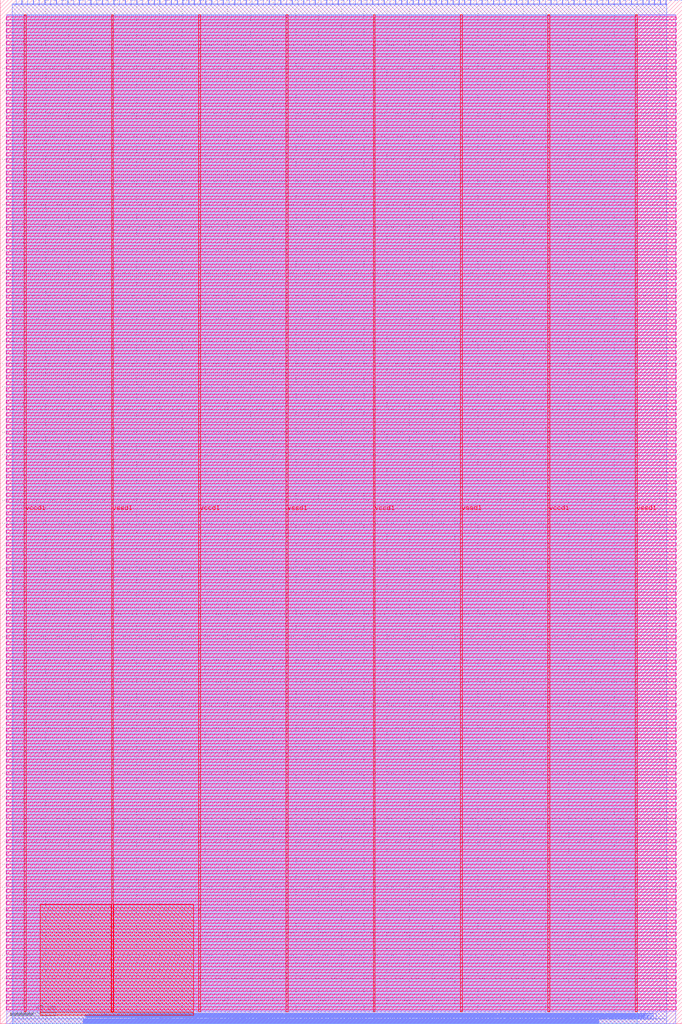
<source format=lef>
VERSION 5.7 ;
  NOWIREEXTENSIONATPIN ON ;
  DIVIDERCHAR "/" ;
  BUSBITCHARS "[]" ;
MACRO toysram_site
  CLASS BLOCK ;
  FOREIGN toysram_site ;
  ORIGIN 0.000 0.000 ;
  SIZE 600.000 BY 900.000 ;
  PIN io_in[0]
    DIRECTION INPUT ;
    USE SIGNAL ;
    PORT
      LAYER met2 ;
        RECT 13.890 896.000 14.170 900.000 ;
    END
  END io_in[0]
  PIN io_in[10]
    DIRECTION INPUT ;
    USE SIGNAL ;
    PORT
      LAYER met2 ;
        RECT 165.690 896.000 165.970 900.000 ;
    END
  END io_in[10]
  PIN io_in[11]
    DIRECTION INPUT ;
    USE SIGNAL ;
    PORT
      LAYER met2 ;
        RECT 180.870 896.000 181.150 900.000 ;
    END
  END io_in[11]
  PIN io_in[12]
    DIRECTION INPUT ;
    USE SIGNAL ;
    PORT
      LAYER met2 ;
        RECT 196.050 896.000 196.330 900.000 ;
    END
  END io_in[12]
  PIN io_in[13]
    DIRECTION INPUT ;
    USE SIGNAL ;
    PORT
      LAYER met2 ;
        RECT 211.230 896.000 211.510 900.000 ;
    END
  END io_in[13]
  PIN io_in[14]
    DIRECTION INPUT ;
    USE SIGNAL ;
    PORT
      LAYER met2 ;
        RECT 226.410 896.000 226.690 900.000 ;
    END
  END io_in[14]
  PIN io_in[15]
    DIRECTION INPUT ;
    USE SIGNAL ;
    PORT
      LAYER met2 ;
        RECT 241.590 896.000 241.870 900.000 ;
    END
  END io_in[15]
  PIN io_in[16]
    DIRECTION INPUT ;
    USE SIGNAL ;
    PORT
      LAYER met2 ;
        RECT 256.770 896.000 257.050 900.000 ;
    END
  END io_in[16]
  PIN io_in[17]
    DIRECTION INPUT ;
    USE SIGNAL ;
    PORT
      LAYER met2 ;
        RECT 271.950 896.000 272.230 900.000 ;
    END
  END io_in[17]
  PIN io_in[18]
    DIRECTION INPUT ;
    USE SIGNAL ;
    PORT
      LAYER met2 ;
        RECT 287.130 896.000 287.410 900.000 ;
    END
  END io_in[18]
  PIN io_in[19]
    DIRECTION INPUT ;
    USE SIGNAL ;
    PORT
      LAYER met2 ;
        RECT 302.310 896.000 302.590 900.000 ;
    END
  END io_in[19]
  PIN io_in[1]
    DIRECTION INPUT ;
    USE SIGNAL ;
    PORT
      LAYER met2 ;
        RECT 29.070 896.000 29.350 900.000 ;
    END
  END io_in[1]
  PIN io_in[20]
    DIRECTION INPUT ;
    USE SIGNAL ;
    PORT
      LAYER met2 ;
        RECT 317.490 896.000 317.770 900.000 ;
    END
  END io_in[20]
  PIN io_in[21]
    DIRECTION INPUT ;
    USE SIGNAL ;
    PORT
      LAYER met2 ;
        RECT 332.670 896.000 332.950 900.000 ;
    END
  END io_in[21]
  PIN io_in[22]
    DIRECTION INPUT ;
    USE SIGNAL ;
    PORT
      LAYER met2 ;
        RECT 347.850 896.000 348.130 900.000 ;
    END
  END io_in[22]
  PIN io_in[23]
    DIRECTION INPUT ;
    USE SIGNAL ;
    PORT
      LAYER met2 ;
        RECT 363.030 896.000 363.310 900.000 ;
    END
  END io_in[23]
  PIN io_in[24]
    DIRECTION INPUT ;
    USE SIGNAL ;
    PORT
      LAYER met2 ;
        RECT 378.210 896.000 378.490 900.000 ;
    END
  END io_in[24]
  PIN io_in[25]
    DIRECTION INPUT ;
    USE SIGNAL ;
    PORT
      LAYER met2 ;
        RECT 393.390 896.000 393.670 900.000 ;
    END
  END io_in[25]
  PIN io_in[26]
    DIRECTION INPUT ;
    USE SIGNAL ;
    PORT
      LAYER met2 ;
        RECT 408.570 896.000 408.850 900.000 ;
    END
  END io_in[26]
  PIN io_in[27]
    DIRECTION INPUT ;
    USE SIGNAL ;
    PORT
      LAYER met2 ;
        RECT 423.750 896.000 424.030 900.000 ;
    END
  END io_in[27]
  PIN io_in[28]
    DIRECTION INPUT ;
    USE SIGNAL ;
    PORT
      LAYER met2 ;
        RECT 438.930 896.000 439.210 900.000 ;
    END
  END io_in[28]
  PIN io_in[29]
    DIRECTION INPUT ;
    USE SIGNAL ;
    PORT
      LAYER met2 ;
        RECT 454.110 896.000 454.390 900.000 ;
    END
  END io_in[29]
  PIN io_in[2]
    DIRECTION INPUT ;
    USE SIGNAL ;
    PORT
      LAYER met2 ;
        RECT 44.250 896.000 44.530 900.000 ;
    END
  END io_in[2]
  PIN io_in[30]
    DIRECTION INPUT ;
    USE SIGNAL ;
    PORT
      LAYER met2 ;
        RECT 469.290 896.000 469.570 900.000 ;
    END
  END io_in[30]
  PIN io_in[31]
    DIRECTION INPUT ;
    USE SIGNAL ;
    PORT
      LAYER met2 ;
        RECT 484.470 896.000 484.750 900.000 ;
    END
  END io_in[31]
  PIN io_in[32]
    DIRECTION INPUT ;
    USE SIGNAL ;
    PORT
      LAYER met2 ;
        RECT 499.650 896.000 499.930 900.000 ;
    END
  END io_in[32]
  PIN io_in[33]
    DIRECTION INPUT ;
    USE SIGNAL ;
    PORT
      LAYER met2 ;
        RECT 514.830 896.000 515.110 900.000 ;
    END
  END io_in[33]
  PIN io_in[34]
    DIRECTION INPUT ;
    USE SIGNAL ;
    PORT
      LAYER met2 ;
        RECT 530.010 896.000 530.290 900.000 ;
    END
  END io_in[34]
  PIN io_in[35]
    DIRECTION INPUT ;
    USE SIGNAL ;
    PORT
      LAYER met2 ;
        RECT 545.190 896.000 545.470 900.000 ;
    END
  END io_in[35]
  PIN io_in[36]
    DIRECTION INPUT ;
    USE SIGNAL ;
    PORT
      LAYER met2 ;
        RECT 560.370 896.000 560.650 900.000 ;
    END
  END io_in[36]
  PIN io_in[37]
    DIRECTION INPUT ;
    USE SIGNAL ;
    PORT
      LAYER met2 ;
        RECT 575.550 896.000 575.830 900.000 ;
    END
  END io_in[37]
  PIN io_in[3]
    DIRECTION INPUT ;
    USE SIGNAL ;
    PORT
      LAYER met2 ;
        RECT 59.430 896.000 59.710 900.000 ;
    END
  END io_in[3]
  PIN io_in[4]
    DIRECTION INPUT ;
    USE SIGNAL ;
    PORT
      LAYER met2 ;
        RECT 74.610 896.000 74.890 900.000 ;
    END
  END io_in[4]
  PIN io_in[5]
    DIRECTION INPUT ;
    USE SIGNAL ;
    PORT
      LAYER met2 ;
        RECT 89.790 896.000 90.070 900.000 ;
    END
  END io_in[5]
  PIN io_in[6]
    DIRECTION INPUT ;
    USE SIGNAL ;
    PORT
      LAYER met2 ;
        RECT 104.970 896.000 105.250 900.000 ;
    END
  END io_in[6]
  PIN io_in[7]
    DIRECTION INPUT ;
    USE SIGNAL ;
    PORT
      LAYER met2 ;
        RECT 120.150 896.000 120.430 900.000 ;
    END
  END io_in[7]
  PIN io_in[8]
    DIRECTION INPUT ;
    USE SIGNAL ;
    PORT
      LAYER met2 ;
        RECT 135.330 896.000 135.610 900.000 ;
    END
  END io_in[8]
  PIN io_in[9]
    DIRECTION INPUT ;
    USE SIGNAL ;
    PORT
      LAYER met2 ;
        RECT 150.510 896.000 150.790 900.000 ;
    END
  END io_in[9]
  PIN io_oeb[0]
    DIRECTION OUTPUT TRISTATE ;
    USE SIGNAL ;
    PORT
      LAYER met2 ;
        RECT 18.950 896.000 19.230 900.000 ;
    END
  END io_oeb[0]
  PIN io_oeb[10]
    DIRECTION OUTPUT TRISTATE ;
    USE SIGNAL ;
    PORT
      LAYER met2 ;
        RECT 170.750 896.000 171.030 900.000 ;
    END
  END io_oeb[10]
  PIN io_oeb[11]
    DIRECTION OUTPUT TRISTATE ;
    USE SIGNAL ;
    PORT
      LAYER met2 ;
        RECT 185.930 896.000 186.210 900.000 ;
    END
  END io_oeb[11]
  PIN io_oeb[12]
    DIRECTION OUTPUT TRISTATE ;
    USE SIGNAL ;
    PORT
      LAYER met2 ;
        RECT 201.110 896.000 201.390 900.000 ;
    END
  END io_oeb[12]
  PIN io_oeb[13]
    DIRECTION OUTPUT TRISTATE ;
    USE SIGNAL ;
    PORT
      LAYER met2 ;
        RECT 216.290 896.000 216.570 900.000 ;
    END
  END io_oeb[13]
  PIN io_oeb[14]
    DIRECTION OUTPUT TRISTATE ;
    USE SIGNAL ;
    PORT
      LAYER met2 ;
        RECT 231.470 896.000 231.750 900.000 ;
    END
  END io_oeb[14]
  PIN io_oeb[15]
    DIRECTION OUTPUT TRISTATE ;
    USE SIGNAL ;
    PORT
      LAYER met2 ;
        RECT 246.650 896.000 246.930 900.000 ;
    END
  END io_oeb[15]
  PIN io_oeb[16]
    DIRECTION OUTPUT TRISTATE ;
    USE SIGNAL ;
    PORT
      LAYER met2 ;
        RECT 261.830 896.000 262.110 900.000 ;
    END
  END io_oeb[16]
  PIN io_oeb[17]
    DIRECTION OUTPUT TRISTATE ;
    USE SIGNAL ;
    PORT
      LAYER met2 ;
        RECT 277.010 896.000 277.290 900.000 ;
    END
  END io_oeb[17]
  PIN io_oeb[18]
    DIRECTION OUTPUT TRISTATE ;
    USE SIGNAL ;
    PORT
      LAYER met2 ;
        RECT 292.190 896.000 292.470 900.000 ;
    END
  END io_oeb[18]
  PIN io_oeb[19]
    DIRECTION OUTPUT TRISTATE ;
    USE SIGNAL ;
    PORT
      LAYER met2 ;
        RECT 307.370 896.000 307.650 900.000 ;
    END
  END io_oeb[19]
  PIN io_oeb[1]
    DIRECTION OUTPUT TRISTATE ;
    USE SIGNAL ;
    PORT
      LAYER met2 ;
        RECT 34.130 896.000 34.410 900.000 ;
    END
  END io_oeb[1]
  PIN io_oeb[20]
    DIRECTION OUTPUT TRISTATE ;
    USE SIGNAL ;
    PORT
      LAYER met2 ;
        RECT 322.550 896.000 322.830 900.000 ;
    END
  END io_oeb[20]
  PIN io_oeb[21]
    DIRECTION OUTPUT TRISTATE ;
    USE SIGNAL ;
    PORT
      LAYER met2 ;
        RECT 337.730 896.000 338.010 900.000 ;
    END
  END io_oeb[21]
  PIN io_oeb[22]
    DIRECTION OUTPUT TRISTATE ;
    USE SIGNAL ;
    PORT
      LAYER met2 ;
        RECT 352.910 896.000 353.190 900.000 ;
    END
  END io_oeb[22]
  PIN io_oeb[23]
    DIRECTION OUTPUT TRISTATE ;
    USE SIGNAL ;
    PORT
      LAYER met2 ;
        RECT 368.090 896.000 368.370 900.000 ;
    END
  END io_oeb[23]
  PIN io_oeb[24]
    DIRECTION OUTPUT TRISTATE ;
    USE SIGNAL ;
    PORT
      LAYER met2 ;
        RECT 383.270 896.000 383.550 900.000 ;
    END
  END io_oeb[24]
  PIN io_oeb[25]
    DIRECTION OUTPUT TRISTATE ;
    USE SIGNAL ;
    PORT
      LAYER met2 ;
        RECT 398.450 896.000 398.730 900.000 ;
    END
  END io_oeb[25]
  PIN io_oeb[26]
    DIRECTION OUTPUT TRISTATE ;
    USE SIGNAL ;
    PORT
      LAYER met2 ;
        RECT 413.630 896.000 413.910 900.000 ;
    END
  END io_oeb[26]
  PIN io_oeb[27]
    DIRECTION OUTPUT TRISTATE ;
    USE SIGNAL ;
    PORT
      LAYER met2 ;
        RECT 428.810 896.000 429.090 900.000 ;
    END
  END io_oeb[27]
  PIN io_oeb[28]
    DIRECTION OUTPUT TRISTATE ;
    USE SIGNAL ;
    PORT
      LAYER met2 ;
        RECT 443.990 896.000 444.270 900.000 ;
    END
  END io_oeb[28]
  PIN io_oeb[29]
    DIRECTION OUTPUT TRISTATE ;
    USE SIGNAL ;
    PORT
      LAYER met2 ;
        RECT 459.170 896.000 459.450 900.000 ;
    END
  END io_oeb[29]
  PIN io_oeb[2]
    DIRECTION OUTPUT TRISTATE ;
    USE SIGNAL ;
    PORT
      LAYER met2 ;
        RECT 49.310 896.000 49.590 900.000 ;
    END
  END io_oeb[2]
  PIN io_oeb[30]
    DIRECTION OUTPUT TRISTATE ;
    USE SIGNAL ;
    PORT
      LAYER met2 ;
        RECT 474.350 896.000 474.630 900.000 ;
    END
  END io_oeb[30]
  PIN io_oeb[31]
    DIRECTION OUTPUT TRISTATE ;
    USE SIGNAL ;
    PORT
      LAYER met2 ;
        RECT 489.530 896.000 489.810 900.000 ;
    END
  END io_oeb[31]
  PIN io_oeb[32]
    DIRECTION OUTPUT TRISTATE ;
    USE SIGNAL ;
    PORT
      LAYER met2 ;
        RECT 504.710 896.000 504.990 900.000 ;
    END
  END io_oeb[32]
  PIN io_oeb[33]
    DIRECTION OUTPUT TRISTATE ;
    USE SIGNAL ;
    PORT
      LAYER met2 ;
        RECT 519.890 896.000 520.170 900.000 ;
    END
  END io_oeb[33]
  PIN io_oeb[34]
    DIRECTION OUTPUT TRISTATE ;
    USE SIGNAL ;
    PORT
      LAYER met2 ;
        RECT 535.070 896.000 535.350 900.000 ;
    END
  END io_oeb[34]
  PIN io_oeb[35]
    DIRECTION OUTPUT TRISTATE ;
    USE SIGNAL ;
    PORT
      LAYER met2 ;
        RECT 550.250 896.000 550.530 900.000 ;
    END
  END io_oeb[35]
  PIN io_oeb[36]
    DIRECTION OUTPUT TRISTATE ;
    USE SIGNAL ;
    PORT
      LAYER met2 ;
        RECT 565.430 896.000 565.710 900.000 ;
    END
  END io_oeb[36]
  PIN io_oeb[37]
    DIRECTION OUTPUT TRISTATE ;
    USE SIGNAL ;
    PORT
      LAYER met2 ;
        RECT 580.610 896.000 580.890 900.000 ;
    END
  END io_oeb[37]
  PIN io_oeb[3]
    DIRECTION OUTPUT TRISTATE ;
    USE SIGNAL ;
    PORT
      LAYER met2 ;
        RECT 64.490 896.000 64.770 900.000 ;
    END
  END io_oeb[3]
  PIN io_oeb[4]
    DIRECTION OUTPUT TRISTATE ;
    USE SIGNAL ;
    PORT
      LAYER met2 ;
        RECT 79.670 896.000 79.950 900.000 ;
    END
  END io_oeb[4]
  PIN io_oeb[5]
    DIRECTION OUTPUT TRISTATE ;
    USE SIGNAL ;
    PORT
      LAYER met2 ;
        RECT 94.850 896.000 95.130 900.000 ;
    END
  END io_oeb[5]
  PIN io_oeb[6]
    DIRECTION OUTPUT TRISTATE ;
    USE SIGNAL ;
    PORT
      LAYER met2 ;
        RECT 110.030 896.000 110.310 900.000 ;
    END
  END io_oeb[6]
  PIN io_oeb[7]
    DIRECTION OUTPUT TRISTATE ;
    USE SIGNAL ;
    PORT
      LAYER met2 ;
        RECT 125.210 896.000 125.490 900.000 ;
    END
  END io_oeb[7]
  PIN io_oeb[8]
    DIRECTION OUTPUT TRISTATE ;
    USE SIGNAL ;
    PORT
      LAYER met2 ;
        RECT 140.390 896.000 140.670 900.000 ;
    END
  END io_oeb[8]
  PIN io_oeb[9]
    DIRECTION OUTPUT TRISTATE ;
    USE SIGNAL ;
    PORT
      LAYER met2 ;
        RECT 155.570 896.000 155.850 900.000 ;
    END
  END io_oeb[9]
  PIN io_out[0]
    DIRECTION OUTPUT TRISTATE ;
    USE SIGNAL ;
    PORT
      LAYER met2 ;
        RECT 24.010 896.000 24.290 900.000 ;
    END
  END io_out[0]
  PIN io_out[10]
    DIRECTION OUTPUT TRISTATE ;
    USE SIGNAL ;
    PORT
      LAYER met2 ;
        RECT 175.810 896.000 176.090 900.000 ;
    END
  END io_out[10]
  PIN io_out[11]
    DIRECTION OUTPUT TRISTATE ;
    USE SIGNAL ;
    PORT
      LAYER met2 ;
        RECT 190.990 896.000 191.270 900.000 ;
    END
  END io_out[11]
  PIN io_out[12]
    DIRECTION OUTPUT TRISTATE ;
    USE SIGNAL ;
    PORT
      LAYER met2 ;
        RECT 206.170 896.000 206.450 900.000 ;
    END
  END io_out[12]
  PIN io_out[13]
    DIRECTION OUTPUT TRISTATE ;
    USE SIGNAL ;
    PORT
      LAYER met2 ;
        RECT 221.350 896.000 221.630 900.000 ;
    END
  END io_out[13]
  PIN io_out[14]
    DIRECTION OUTPUT TRISTATE ;
    USE SIGNAL ;
    PORT
      LAYER met2 ;
        RECT 236.530 896.000 236.810 900.000 ;
    END
  END io_out[14]
  PIN io_out[15]
    DIRECTION OUTPUT TRISTATE ;
    USE SIGNAL ;
    PORT
      LAYER met2 ;
        RECT 251.710 896.000 251.990 900.000 ;
    END
  END io_out[15]
  PIN io_out[16]
    DIRECTION OUTPUT TRISTATE ;
    USE SIGNAL ;
    PORT
      LAYER met2 ;
        RECT 266.890 896.000 267.170 900.000 ;
    END
  END io_out[16]
  PIN io_out[17]
    DIRECTION OUTPUT TRISTATE ;
    USE SIGNAL ;
    PORT
      LAYER met2 ;
        RECT 282.070 896.000 282.350 900.000 ;
    END
  END io_out[17]
  PIN io_out[18]
    DIRECTION OUTPUT TRISTATE ;
    USE SIGNAL ;
    PORT
      LAYER met2 ;
        RECT 297.250 896.000 297.530 900.000 ;
    END
  END io_out[18]
  PIN io_out[19]
    DIRECTION OUTPUT TRISTATE ;
    USE SIGNAL ;
    PORT
      LAYER met2 ;
        RECT 312.430 896.000 312.710 900.000 ;
    END
  END io_out[19]
  PIN io_out[1]
    DIRECTION OUTPUT TRISTATE ;
    USE SIGNAL ;
    PORT
      LAYER met2 ;
        RECT 39.190 896.000 39.470 900.000 ;
    END
  END io_out[1]
  PIN io_out[20]
    DIRECTION OUTPUT TRISTATE ;
    USE SIGNAL ;
    PORT
      LAYER met2 ;
        RECT 327.610 896.000 327.890 900.000 ;
    END
  END io_out[20]
  PIN io_out[21]
    DIRECTION OUTPUT TRISTATE ;
    USE SIGNAL ;
    PORT
      LAYER met2 ;
        RECT 342.790 896.000 343.070 900.000 ;
    END
  END io_out[21]
  PIN io_out[22]
    DIRECTION OUTPUT TRISTATE ;
    USE SIGNAL ;
    PORT
      LAYER met2 ;
        RECT 357.970 896.000 358.250 900.000 ;
    END
  END io_out[22]
  PIN io_out[23]
    DIRECTION OUTPUT TRISTATE ;
    USE SIGNAL ;
    PORT
      LAYER met2 ;
        RECT 373.150 896.000 373.430 900.000 ;
    END
  END io_out[23]
  PIN io_out[24]
    DIRECTION OUTPUT TRISTATE ;
    USE SIGNAL ;
    PORT
      LAYER met2 ;
        RECT 388.330 896.000 388.610 900.000 ;
    END
  END io_out[24]
  PIN io_out[25]
    DIRECTION OUTPUT TRISTATE ;
    USE SIGNAL ;
    PORT
      LAYER met2 ;
        RECT 403.510 896.000 403.790 900.000 ;
    END
  END io_out[25]
  PIN io_out[26]
    DIRECTION OUTPUT TRISTATE ;
    USE SIGNAL ;
    PORT
      LAYER met2 ;
        RECT 418.690 896.000 418.970 900.000 ;
    END
  END io_out[26]
  PIN io_out[27]
    DIRECTION OUTPUT TRISTATE ;
    USE SIGNAL ;
    PORT
      LAYER met2 ;
        RECT 433.870 896.000 434.150 900.000 ;
    END
  END io_out[27]
  PIN io_out[28]
    DIRECTION OUTPUT TRISTATE ;
    USE SIGNAL ;
    PORT
      LAYER met2 ;
        RECT 449.050 896.000 449.330 900.000 ;
    END
  END io_out[28]
  PIN io_out[29]
    DIRECTION OUTPUT TRISTATE ;
    USE SIGNAL ;
    PORT
      LAYER met2 ;
        RECT 464.230 896.000 464.510 900.000 ;
    END
  END io_out[29]
  PIN io_out[2]
    DIRECTION OUTPUT TRISTATE ;
    USE SIGNAL ;
    PORT
      LAYER met2 ;
        RECT 54.370 896.000 54.650 900.000 ;
    END
  END io_out[2]
  PIN io_out[30]
    DIRECTION OUTPUT TRISTATE ;
    USE SIGNAL ;
    PORT
      LAYER met2 ;
        RECT 479.410 896.000 479.690 900.000 ;
    END
  END io_out[30]
  PIN io_out[31]
    DIRECTION OUTPUT TRISTATE ;
    USE SIGNAL ;
    PORT
      LAYER met2 ;
        RECT 494.590 896.000 494.870 900.000 ;
    END
  END io_out[31]
  PIN io_out[32]
    DIRECTION OUTPUT TRISTATE ;
    USE SIGNAL ;
    PORT
      LAYER met2 ;
        RECT 509.770 896.000 510.050 900.000 ;
    END
  END io_out[32]
  PIN io_out[33]
    DIRECTION OUTPUT TRISTATE ;
    USE SIGNAL ;
    PORT
      LAYER met2 ;
        RECT 524.950 896.000 525.230 900.000 ;
    END
  END io_out[33]
  PIN io_out[34]
    DIRECTION OUTPUT TRISTATE ;
    USE SIGNAL ;
    PORT
      LAYER met2 ;
        RECT 540.130 896.000 540.410 900.000 ;
    END
  END io_out[34]
  PIN io_out[35]
    DIRECTION OUTPUT TRISTATE ;
    USE SIGNAL ;
    PORT
      LAYER met2 ;
        RECT 555.310 896.000 555.590 900.000 ;
    END
  END io_out[35]
  PIN io_out[36]
    DIRECTION OUTPUT TRISTATE ;
    USE SIGNAL ;
    PORT
      LAYER met2 ;
        RECT 570.490 896.000 570.770 900.000 ;
    END
  END io_out[36]
  PIN io_out[37]
    DIRECTION OUTPUT TRISTATE ;
    USE SIGNAL ;
    PORT
      LAYER met2 ;
        RECT 585.670 896.000 585.950 900.000 ;
    END
  END io_out[37]
  PIN io_out[3]
    DIRECTION OUTPUT TRISTATE ;
    USE SIGNAL ;
    PORT
      LAYER met2 ;
        RECT 69.550 896.000 69.830 900.000 ;
    END
  END io_out[3]
  PIN io_out[4]
    DIRECTION OUTPUT TRISTATE ;
    USE SIGNAL ;
    PORT
      LAYER met2 ;
        RECT 84.730 896.000 85.010 900.000 ;
    END
  END io_out[4]
  PIN io_out[5]
    DIRECTION OUTPUT TRISTATE ;
    USE SIGNAL ;
    PORT
      LAYER met2 ;
        RECT 99.910 896.000 100.190 900.000 ;
    END
  END io_out[5]
  PIN io_out[6]
    DIRECTION OUTPUT TRISTATE ;
    USE SIGNAL ;
    PORT
      LAYER met2 ;
        RECT 115.090 896.000 115.370 900.000 ;
    END
  END io_out[6]
  PIN io_out[7]
    DIRECTION OUTPUT TRISTATE ;
    USE SIGNAL ;
    PORT
      LAYER met2 ;
        RECT 130.270 896.000 130.550 900.000 ;
    END
  END io_out[7]
  PIN io_out[8]
    DIRECTION OUTPUT TRISTATE ;
    USE SIGNAL ;
    PORT
      LAYER met2 ;
        RECT 145.450 896.000 145.730 900.000 ;
    END
  END io_out[8]
  PIN io_out[9]
    DIRECTION OUTPUT TRISTATE ;
    USE SIGNAL ;
    PORT
      LAYER met2 ;
        RECT 160.630 896.000 160.910 900.000 ;
    END
  END io_out[9]
  PIN irq[0]
    DIRECTION OUTPUT TRISTATE ;
    USE SIGNAL ;
    PORT
      LAYER met2 ;
        RECT 524.030 0.000 524.310 4.000 ;
    END
  END irq[0]
  PIN irq[1]
    DIRECTION OUTPUT TRISTATE ;
    USE SIGNAL ;
    PORT
      LAYER met2 ;
        RECT 524.950 0.000 525.230 4.000 ;
    END
  END irq[1]
  PIN irq[2]
    DIRECTION OUTPUT TRISTATE ;
    USE SIGNAL ;
    PORT
      LAYER met2 ;
        RECT 525.870 0.000 526.150 4.000 ;
    END
  END irq[2]
  PIN la_data_in[0]
    DIRECTION INPUT ;
    USE SIGNAL ;
    PORT
      LAYER met2 ;
        RECT 170.750 0.000 171.030 4.000 ;
    END
  END la_data_in[0]
  PIN la_data_in[100]
    DIRECTION INPUT ;
    USE SIGNAL ;
    PORT
      LAYER met2 ;
        RECT 446.750 0.000 447.030 4.000 ;
    END
  END la_data_in[100]
  PIN la_data_in[101]
    DIRECTION INPUT ;
    USE SIGNAL ;
    PORT
      LAYER met2 ;
        RECT 449.510 0.000 449.790 4.000 ;
    END
  END la_data_in[101]
  PIN la_data_in[102]
    DIRECTION INPUT ;
    USE SIGNAL ;
    PORT
      LAYER met2 ;
        RECT 452.270 0.000 452.550 4.000 ;
    END
  END la_data_in[102]
  PIN la_data_in[103]
    DIRECTION INPUT ;
    USE SIGNAL ;
    PORT
      LAYER met2 ;
        RECT 455.030 0.000 455.310 4.000 ;
    END
  END la_data_in[103]
  PIN la_data_in[104]
    DIRECTION INPUT ;
    USE SIGNAL ;
    PORT
      LAYER met2 ;
        RECT 457.790 0.000 458.070 4.000 ;
    END
  END la_data_in[104]
  PIN la_data_in[105]
    DIRECTION INPUT ;
    USE SIGNAL ;
    PORT
      LAYER met2 ;
        RECT 460.550 0.000 460.830 4.000 ;
    END
  END la_data_in[105]
  PIN la_data_in[106]
    DIRECTION INPUT ;
    USE SIGNAL ;
    PORT
      LAYER met2 ;
        RECT 463.310 0.000 463.590 4.000 ;
    END
  END la_data_in[106]
  PIN la_data_in[107]
    DIRECTION INPUT ;
    USE SIGNAL ;
    PORT
      LAYER met2 ;
        RECT 466.070 0.000 466.350 4.000 ;
    END
  END la_data_in[107]
  PIN la_data_in[108]
    DIRECTION INPUT ;
    USE SIGNAL ;
    PORT
      LAYER met2 ;
        RECT 468.830 0.000 469.110 4.000 ;
    END
  END la_data_in[108]
  PIN la_data_in[109]
    DIRECTION INPUT ;
    USE SIGNAL ;
    PORT
      LAYER met2 ;
        RECT 471.590 0.000 471.870 4.000 ;
    END
  END la_data_in[109]
  PIN la_data_in[10]
    DIRECTION INPUT ;
    USE SIGNAL ;
    PORT
      LAYER met2 ;
        RECT 198.350 0.000 198.630 4.000 ;
    END
  END la_data_in[10]
  PIN la_data_in[110]
    DIRECTION INPUT ;
    USE SIGNAL ;
    PORT
      LAYER met2 ;
        RECT 474.350 0.000 474.630 4.000 ;
    END
  END la_data_in[110]
  PIN la_data_in[111]
    DIRECTION INPUT ;
    USE SIGNAL ;
    PORT
      LAYER met2 ;
        RECT 477.110 0.000 477.390 4.000 ;
    END
  END la_data_in[111]
  PIN la_data_in[112]
    DIRECTION INPUT ;
    USE SIGNAL ;
    PORT
      LAYER met2 ;
        RECT 479.870 0.000 480.150 4.000 ;
    END
  END la_data_in[112]
  PIN la_data_in[113]
    DIRECTION INPUT ;
    USE SIGNAL ;
    PORT
      LAYER met2 ;
        RECT 482.630 0.000 482.910 4.000 ;
    END
  END la_data_in[113]
  PIN la_data_in[114]
    DIRECTION INPUT ;
    USE SIGNAL ;
    PORT
      LAYER met2 ;
        RECT 485.390 0.000 485.670 4.000 ;
    END
  END la_data_in[114]
  PIN la_data_in[115]
    DIRECTION INPUT ;
    USE SIGNAL ;
    PORT
      LAYER met2 ;
        RECT 488.150 0.000 488.430 4.000 ;
    END
  END la_data_in[115]
  PIN la_data_in[116]
    DIRECTION INPUT ;
    USE SIGNAL ;
    PORT
      LAYER met2 ;
        RECT 490.910 0.000 491.190 4.000 ;
    END
  END la_data_in[116]
  PIN la_data_in[117]
    DIRECTION INPUT ;
    USE SIGNAL ;
    PORT
      LAYER met2 ;
        RECT 493.670 0.000 493.950 4.000 ;
    END
  END la_data_in[117]
  PIN la_data_in[118]
    DIRECTION INPUT ;
    USE SIGNAL ;
    PORT
      LAYER met2 ;
        RECT 496.430 0.000 496.710 4.000 ;
    END
  END la_data_in[118]
  PIN la_data_in[119]
    DIRECTION INPUT ;
    USE SIGNAL ;
    PORT
      LAYER met2 ;
        RECT 499.190 0.000 499.470 4.000 ;
    END
  END la_data_in[119]
  PIN la_data_in[11]
    DIRECTION INPUT ;
    USE SIGNAL ;
    PORT
      LAYER met2 ;
        RECT 201.110 0.000 201.390 4.000 ;
    END
  END la_data_in[11]
  PIN la_data_in[120]
    DIRECTION INPUT ;
    USE SIGNAL ;
    PORT
      LAYER met2 ;
        RECT 501.950 0.000 502.230 4.000 ;
    END
  END la_data_in[120]
  PIN la_data_in[121]
    DIRECTION INPUT ;
    USE SIGNAL ;
    PORT
      LAYER met2 ;
        RECT 504.710 0.000 504.990 4.000 ;
    END
  END la_data_in[121]
  PIN la_data_in[122]
    DIRECTION INPUT ;
    USE SIGNAL ;
    PORT
      LAYER met2 ;
        RECT 507.470 0.000 507.750 4.000 ;
    END
  END la_data_in[122]
  PIN la_data_in[123]
    DIRECTION INPUT ;
    USE SIGNAL ;
    PORT
      LAYER met2 ;
        RECT 510.230 0.000 510.510 4.000 ;
    END
  END la_data_in[123]
  PIN la_data_in[124]
    DIRECTION INPUT ;
    USE SIGNAL ;
    PORT
      LAYER met2 ;
        RECT 512.990 0.000 513.270 4.000 ;
    END
  END la_data_in[124]
  PIN la_data_in[125]
    DIRECTION INPUT ;
    USE SIGNAL ;
    PORT
      LAYER met2 ;
        RECT 515.750 0.000 516.030 4.000 ;
    END
  END la_data_in[125]
  PIN la_data_in[126]
    DIRECTION INPUT ;
    USE SIGNAL ;
    PORT
      LAYER met2 ;
        RECT 518.510 0.000 518.790 4.000 ;
    END
  END la_data_in[126]
  PIN la_data_in[127]
    DIRECTION INPUT ;
    USE SIGNAL ;
    PORT
      LAYER met2 ;
        RECT 521.270 0.000 521.550 4.000 ;
    END
  END la_data_in[127]
  PIN la_data_in[12]
    DIRECTION INPUT ;
    USE SIGNAL ;
    PORT
      LAYER met2 ;
        RECT 203.870 0.000 204.150 4.000 ;
    END
  END la_data_in[12]
  PIN la_data_in[13]
    DIRECTION INPUT ;
    USE SIGNAL ;
    PORT
      LAYER met2 ;
        RECT 206.630 0.000 206.910 4.000 ;
    END
  END la_data_in[13]
  PIN la_data_in[14]
    DIRECTION INPUT ;
    USE SIGNAL ;
    PORT
      LAYER met2 ;
        RECT 209.390 0.000 209.670 4.000 ;
    END
  END la_data_in[14]
  PIN la_data_in[15]
    DIRECTION INPUT ;
    USE SIGNAL ;
    PORT
      LAYER met2 ;
        RECT 212.150 0.000 212.430 4.000 ;
    END
  END la_data_in[15]
  PIN la_data_in[16]
    DIRECTION INPUT ;
    USE SIGNAL ;
    PORT
      LAYER met2 ;
        RECT 214.910 0.000 215.190 4.000 ;
    END
  END la_data_in[16]
  PIN la_data_in[17]
    DIRECTION INPUT ;
    USE SIGNAL ;
    PORT
      LAYER met2 ;
        RECT 217.670 0.000 217.950 4.000 ;
    END
  END la_data_in[17]
  PIN la_data_in[18]
    DIRECTION INPUT ;
    USE SIGNAL ;
    PORT
      LAYER met2 ;
        RECT 220.430 0.000 220.710 4.000 ;
    END
  END la_data_in[18]
  PIN la_data_in[19]
    DIRECTION INPUT ;
    USE SIGNAL ;
    PORT
      LAYER met2 ;
        RECT 223.190 0.000 223.470 4.000 ;
    END
  END la_data_in[19]
  PIN la_data_in[1]
    DIRECTION INPUT ;
    USE SIGNAL ;
    PORT
      LAYER met2 ;
        RECT 173.510 0.000 173.790 4.000 ;
    END
  END la_data_in[1]
  PIN la_data_in[20]
    DIRECTION INPUT ;
    USE SIGNAL ;
    PORT
      LAYER met2 ;
        RECT 225.950 0.000 226.230 4.000 ;
    END
  END la_data_in[20]
  PIN la_data_in[21]
    DIRECTION INPUT ;
    USE SIGNAL ;
    PORT
      LAYER met2 ;
        RECT 228.710 0.000 228.990 4.000 ;
    END
  END la_data_in[21]
  PIN la_data_in[22]
    DIRECTION INPUT ;
    USE SIGNAL ;
    PORT
      LAYER met2 ;
        RECT 231.470 0.000 231.750 4.000 ;
    END
  END la_data_in[22]
  PIN la_data_in[23]
    DIRECTION INPUT ;
    USE SIGNAL ;
    PORT
      LAYER met2 ;
        RECT 234.230 0.000 234.510 4.000 ;
    END
  END la_data_in[23]
  PIN la_data_in[24]
    DIRECTION INPUT ;
    USE SIGNAL ;
    PORT
      LAYER met2 ;
        RECT 236.990 0.000 237.270 4.000 ;
    END
  END la_data_in[24]
  PIN la_data_in[25]
    DIRECTION INPUT ;
    USE SIGNAL ;
    PORT
      LAYER met2 ;
        RECT 239.750 0.000 240.030 4.000 ;
    END
  END la_data_in[25]
  PIN la_data_in[26]
    DIRECTION INPUT ;
    USE SIGNAL ;
    PORT
      LAYER met2 ;
        RECT 242.510 0.000 242.790 4.000 ;
    END
  END la_data_in[26]
  PIN la_data_in[27]
    DIRECTION INPUT ;
    USE SIGNAL ;
    PORT
      LAYER met2 ;
        RECT 245.270 0.000 245.550 4.000 ;
    END
  END la_data_in[27]
  PIN la_data_in[28]
    DIRECTION INPUT ;
    USE SIGNAL ;
    PORT
      LAYER met2 ;
        RECT 248.030 0.000 248.310 4.000 ;
    END
  END la_data_in[28]
  PIN la_data_in[29]
    DIRECTION INPUT ;
    USE SIGNAL ;
    PORT
      LAYER met2 ;
        RECT 250.790 0.000 251.070 4.000 ;
    END
  END la_data_in[29]
  PIN la_data_in[2]
    DIRECTION INPUT ;
    USE SIGNAL ;
    PORT
      LAYER met2 ;
        RECT 176.270 0.000 176.550 4.000 ;
    END
  END la_data_in[2]
  PIN la_data_in[30]
    DIRECTION INPUT ;
    USE SIGNAL ;
    PORT
      LAYER met2 ;
        RECT 253.550 0.000 253.830 4.000 ;
    END
  END la_data_in[30]
  PIN la_data_in[31]
    DIRECTION INPUT ;
    USE SIGNAL ;
    PORT
      LAYER met2 ;
        RECT 256.310 0.000 256.590 4.000 ;
    END
  END la_data_in[31]
  PIN la_data_in[32]
    DIRECTION INPUT ;
    USE SIGNAL ;
    PORT
      LAYER met2 ;
        RECT 259.070 0.000 259.350 4.000 ;
    END
  END la_data_in[32]
  PIN la_data_in[33]
    DIRECTION INPUT ;
    USE SIGNAL ;
    PORT
      LAYER met2 ;
        RECT 261.830 0.000 262.110 4.000 ;
    END
  END la_data_in[33]
  PIN la_data_in[34]
    DIRECTION INPUT ;
    USE SIGNAL ;
    PORT
      LAYER met2 ;
        RECT 264.590 0.000 264.870 4.000 ;
    END
  END la_data_in[34]
  PIN la_data_in[35]
    DIRECTION INPUT ;
    USE SIGNAL ;
    PORT
      LAYER met2 ;
        RECT 267.350 0.000 267.630 4.000 ;
    END
  END la_data_in[35]
  PIN la_data_in[36]
    DIRECTION INPUT ;
    USE SIGNAL ;
    PORT
      LAYER met2 ;
        RECT 270.110 0.000 270.390 4.000 ;
    END
  END la_data_in[36]
  PIN la_data_in[37]
    DIRECTION INPUT ;
    USE SIGNAL ;
    PORT
      LAYER met2 ;
        RECT 272.870 0.000 273.150 4.000 ;
    END
  END la_data_in[37]
  PIN la_data_in[38]
    DIRECTION INPUT ;
    USE SIGNAL ;
    PORT
      LAYER met2 ;
        RECT 275.630 0.000 275.910 4.000 ;
    END
  END la_data_in[38]
  PIN la_data_in[39]
    DIRECTION INPUT ;
    USE SIGNAL ;
    PORT
      LAYER met2 ;
        RECT 278.390 0.000 278.670 4.000 ;
    END
  END la_data_in[39]
  PIN la_data_in[3]
    DIRECTION INPUT ;
    USE SIGNAL ;
    PORT
      LAYER met2 ;
        RECT 179.030 0.000 179.310 4.000 ;
    END
  END la_data_in[3]
  PIN la_data_in[40]
    DIRECTION INPUT ;
    USE SIGNAL ;
    PORT
      LAYER met2 ;
        RECT 281.150 0.000 281.430 4.000 ;
    END
  END la_data_in[40]
  PIN la_data_in[41]
    DIRECTION INPUT ;
    USE SIGNAL ;
    PORT
      LAYER met2 ;
        RECT 283.910 0.000 284.190 4.000 ;
    END
  END la_data_in[41]
  PIN la_data_in[42]
    DIRECTION INPUT ;
    USE SIGNAL ;
    PORT
      LAYER met2 ;
        RECT 286.670 0.000 286.950 4.000 ;
    END
  END la_data_in[42]
  PIN la_data_in[43]
    DIRECTION INPUT ;
    USE SIGNAL ;
    PORT
      LAYER met2 ;
        RECT 289.430 0.000 289.710 4.000 ;
    END
  END la_data_in[43]
  PIN la_data_in[44]
    DIRECTION INPUT ;
    USE SIGNAL ;
    PORT
      LAYER met2 ;
        RECT 292.190 0.000 292.470 4.000 ;
    END
  END la_data_in[44]
  PIN la_data_in[45]
    DIRECTION INPUT ;
    USE SIGNAL ;
    PORT
      LAYER met2 ;
        RECT 294.950 0.000 295.230 4.000 ;
    END
  END la_data_in[45]
  PIN la_data_in[46]
    DIRECTION INPUT ;
    USE SIGNAL ;
    PORT
      LAYER met2 ;
        RECT 297.710 0.000 297.990 4.000 ;
    END
  END la_data_in[46]
  PIN la_data_in[47]
    DIRECTION INPUT ;
    USE SIGNAL ;
    PORT
      LAYER met2 ;
        RECT 300.470 0.000 300.750 4.000 ;
    END
  END la_data_in[47]
  PIN la_data_in[48]
    DIRECTION INPUT ;
    USE SIGNAL ;
    PORT
      LAYER met2 ;
        RECT 303.230 0.000 303.510 4.000 ;
    END
  END la_data_in[48]
  PIN la_data_in[49]
    DIRECTION INPUT ;
    USE SIGNAL ;
    PORT
      LAYER met2 ;
        RECT 305.990 0.000 306.270 4.000 ;
    END
  END la_data_in[49]
  PIN la_data_in[4]
    DIRECTION INPUT ;
    USE SIGNAL ;
    PORT
      LAYER met2 ;
        RECT 181.790 0.000 182.070 4.000 ;
    END
  END la_data_in[4]
  PIN la_data_in[50]
    DIRECTION INPUT ;
    USE SIGNAL ;
    PORT
      LAYER met2 ;
        RECT 308.750 0.000 309.030 4.000 ;
    END
  END la_data_in[50]
  PIN la_data_in[51]
    DIRECTION INPUT ;
    USE SIGNAL ;
    PORT
      LAYER met2 ;
        RECT 311.510 0.000 311.790 4.000 ;
    END
  END la_data_in[51]
  PIN la_data_in[52]
    DIRECTION INPUT ;
    USE SIGNAL ;
    PORT
      LAYER met2 ;
        RECT 314.270 0.000 314.550 4.000 ;
    END
  END la_data_in[52]
  PIN la_data_in[53]
    DIRECTION INPUT ;
    USE SIGNAL ;
    PORT
      LAYER met2 ;
        RECT 317.030 0.000 317.310 4.000 ;
    END
  END la_data_in[53]
  PIN la_data_in[54]
    DIRECTION INPUT ;
    USE SIGNAL ;
    PORT
      LAYER met2 ;
        RECT 319.790 0.000 320.070 4.000 ;
    END
  END la_data_in[54]
  PIN la_data_in[55]
    DIRECTION INPUT ;
    USE SIGNAL ;
    PORT
      LAYER met2 ;
        RECT 322.550 0.000 322.830 4.000 ;
    END
  END la_data_in[55]
  PIN la_data_in[56]
    DIRECTION INPUT ;
    USE SIGNAL ;
    PORT
      LAYER met2 ;
        RECT 325.310 0.000 325.590 4.000 ;
    END
  END la_data_in[56]
  PIN la_data_in[57]
    DIRECTION INPUT ;
    USE SIGNAL ;
    PORT
      LAYER met2 ;
        RECT 328.070 0.000 328.350 4.000 ;
    END
  END la_data_in[57]
  PIN la_data_in[58]
    DIRECTION INPUT ;
    USE SIGNAL ;
    PORT
      LAYER met2 ;
        RECT 330.830 0.000 331.110 4.000 ;
    END
  END la_data_in[58]
  PIN la_data_in[59]
    DIRECTION INPUT ;
    USE SIGNAL ;
    PORT
      LAYER met2 ;
        RECT 333.590 0.000 333.870 4.000 ;
    END
  END la_data_in[59]
  PIN la_data_in[5]
    DIRECTION INPUT ;
    USE SIGNAL ;
    PORT
      LAYER met2 ;
        RECT 184.550 0.000 184.830 4.000 ;
    END
  END la_data_in[5]
  PIN la_data_in[60]
    DIRECTION INPUT ;
    USE SIGNAL ;
    PORT
      LAYER met2 ;
        RECT 336.350 0.000 336.630 4.000 ;
    END
  END la_data_in[60]
  PIN la_data_in[61]
    DIRECTION INPUT ;
    USE SIGNAL ;
    PORT
      LAYER met2 ;
        RECT 339.110 0.000 339.390 4.000 ;
    END
  END la_data_in[61]
  PIN la_data_in[62]
    DIRECTION INPUT ;
    USE SIGNAL ;
    PORT
      LAYER met2 ;
        RECT 341.870 0.000 342.150 4.000 ;
    END
  END la_data_in[62]
  PIN la_data_in[63]
    DIRECTION INPUT ;
    USE SIGNAL ;
    PORT
      LAYER met2 ;
        RECT 344.630 0.000 344.910 4.000 ;
    END
  END la_data_in[63]
  PIN la_data_in[64]
    DIRECTION INPUT ;
    USE SIGNAL ;
    PORT
      LAYER met2 ;
        RECT 347.390 0.000 347.670 4.000 ;
    END
  END la_data_in[64]
  PIN la_data_in[65]
    DIRECTION INPUT ;
    USE SIGNAL ;
    PORT
      LAYER met2 ;
        RECT 350.150 0.000 350.430 4.000 ;
    END
  END la_data_in[65]
  PIN la_data_in[66]
    DIRECTION INPUT ;
    USE SIGNAL ;
    PORT
      LAYER met2 ;
        RECT 352.910 0.000 353.190 4.000 ;
    END
  END la_data_in[66]
  PIN la_data_in[67]
    DIRECTION INPUT ;
    USE SIGNAL ;
    PORT
      LAYER met2 ;
        RECT 355.670 0.000 355.950 4.000 ;
    END
  END la_data_in[67]
  PIN la_data_in[68]
    DIRECTION INPUT ;
    USE SIGNAL ;
    PORT
      LAYER met2 ;
        RECT 358.430 0.000 358.710 4.000 ;
    END
  END la_data_in[68]
  PIN la_data_in[69]
    DIRECTION INPUT ;
    USE SIGNAL ;
    PORT
      LAYER met2 ;
        RECT 361.190 0.000 361.470 4.000 ;
    END
  END la_data_in[69]
  PIN la_data_in[6]
    DIRECTION INPUT ;
    USE SIGNAL ;
    PORT
      LAYER met2 ;
        RECT 187.310 0.000 187.590 4.000 ;
    END
  END la_data_in[6]
  PIN la_data_in[70]
    DIRECTION INPUT ;
    USE SIGNAL ;
    PORT
      LAYER met2 ;
        RECT 363.950 0.000 364.230 4.000 ;
    END
  END la_data_in[70]
  PIN la_data_in[71]
    DIRECTION INPUT ;
    USE SIGNAL ;
    PORT
      LAYER met2 ;
        RECT 366.710 0.000 366.990 4.000 ;
    END
  END la_data_in[71]
  PIN la_data_in[72]
    DIRECTION INPUT ;
    USE SIGNAL ;
    PORT
      LAYER met2 ;
        RECT 369.470 0.000 369.750 4.000 ;
    END
  END la_data_in[72]
  PIN la_data_in[73]
    DIRECTION INPUT ;
    USE SIGNAL ;
    PORT
      LAYER met2 ;
        RECT 372.230 0.000 372.510 4.000 ;
    END
  END la_data_in[73]
  PIN la_data_in[74]
    DIRECTION INPUT ;
    USE SIGNAL ;
    PORT
      LAYER met2 ;
        RECT 374.990 0.000 375.270 4.000 ;
    END
  END la_data_in[74]
  PIN la_data_in[75]
    DIRECTION INPUT ;
    USE SIGNAL ;
    PORT
      LAYER met2 ;
        RECT 377.750 0.000 378.030 4.000 ;
    END
  END la_data_in[75]
  PIN la_data_in[76]
    DIRECTION INPUT ;
    USE SIGNAL ;
    PORT
      LAYER met2 ;
        RECT 380.510 0.000 380.790 4.000 ;
    END
  END la_data_in[76]
  PIN la_data_in[77]
    DIRECTION INPUT ;
    USE SIGNAL ;
    PORT
      LAYER met2 ;
        RECT 383.270 0.000 383.550 4.000 ;
    END
  END la_data_in[77]
  PIN la_data_in[78]
    DIRECTION INPUT ;
    USE SIGNAL ;
    PORT
      LAYER met2 ;
        RECT 386.030 0.000 386.310 4.000 ;
    END
  END la_data_in[78]
  PIN la_data_in[79]
    DIRECTION INPUT ;
    USE SIGNAL ;
    PORT
      LAYER met2 ;
        RECT 388.790 0.000 389.070 4.000 ;
    END
  END la_data_in[79]
  PIN la_data_in[7]
    DIRECTION INPUT ;
    USE SIGNAL ;
    PORT
      LAYER met2 ;
        RECT 190.070 0.000 190.350 4.000 ;
    END
  END la_data_in[7]
  PIN la_data_in[80]
    DIRECTION INPUT ;
    USE SIGNAL ;
    PORT
      LAYER met2 ;
        RECT 391.550 0.000 391.830 4.000 ;
    END
  END la_data_in[80]
  PIN la_data_in[81]
    DIRECTION INPUT ;
    USE SIGNAL ;
    PORT
      LAYER met2 ;
        RECT 394.310 0.000 394.590 4.000 ;
    END
  END la_data_in[81]
  PIN la_data_in[82]
    DIRECTION INPUT ;
    USE SIGNAL ;
    PORT
      LAYER met2 ;
        RECT 397.070 0.000 397.350 4.000 ;
    END
  END la_data_in[82]
  PIN la_data_in[83]
    DIRECTION INPUT ;
    USE SIGNAL ;
    PORT
      LAYER met2 ;
        RECT 399.830 0.000 400.110 4.000 ;
    END
  END la_data_in[83]
  PIN la_data_in[84]
    DIRECTION INPUT ;
    USE SIGNAL ;
    PORT
      LAYER met2 ;
        RECT 402.590 0.000 402.870 4.000 ;
    END
  END la_data_in[84]
  PIN la_data_in[85]
    DIRECTION INPUT ;
    USE SIGNAL ;
    PORT
      LAYER met2 ;
        RECT 405.350 0.000 405.630 4.000 ;
    END
  END la_data_in[85]
  PIN la_data_in[86]
    DIRECTION INPUT ;
    USE SIGNAL ;
    PORT
      LAYER met2 ;
        RECT 408.110 0.000 408.390 4.000 ;
    END
  END la_data_in[86]
  PIN la_data_in[87]
    DIRECTION INPUT ;
    USE SIGNAL ;
    PORT
      LAYER met2 ;
        RECT 410.870 0.000 411.150 4.000 ;
    END
  END la_data_in[87]
  PIN la_data_in[88]
    DIRECTION INPUT ;
    USE SIGNAL ;
    PORT
      LAYER met2 ;
        RECT 413.630 0.000 413.910 4.000 ;
    END
  END la_data_in[88]
  PIN la_data_in[89]
    DIRECTION INPUT ;
    USE SIGNAL ;
    PORT
      LAYER met2 ;
        RECT 416.390 0.000 416.670 4.000 ;
    END
  END la_data_in[89]
  PIN la_data_in[8]
    DIRECTION INPUT ;
    USE SIGNAL ;
    PORT
      LAYER met2 ;
        RECT 192.830 0.000 193.110 4.000 ;
    END
  END la_data_in[8]
  PIN la_data_in[90]
    DIRECTION INPUT ;
    USE SIGNAL ;
    PORT
      LAYER met2 ;
        RECT 419.150 0.000 419.430 4.000 ;
    END
  END la_data_in[90]
  PIN la_data_in[91]
    DIRECTION INPUT ;
    USE SIGNAL ;
    PORT
      LAYER met2 ;
        RECT 421.910 0.000 422.190 4.000 ;
    END
  END la_data_in[91]
  PIN la_data_in[92]
    DIRECTION INPUT ;
    USE SIGNAL ;
    PORT
      LAYER met2 ;
        RECT 424.670 0.000 424.950 4.000 ;
    END
  END la_data_in[92]
  PIN la_data_in[93]
    DIRECTION INPUT ;
    USE SIGNAL ;
    PORT
      LAYER met2 ;
        RECT 427.430 0.000 427.710 4.000 ;
    END
  END la_data_in[93]
  PIN la_data_in[94]
    DIRECTION INPUT ;
    USE SIGNAL ;
    PORT
      LAYER met2 ;
        RECT 430.190 0.000 430.470 4.000 ;
    END
  END la_data_in[94]
  PIN la_data_in[95]
    DIRECTION INPUT ;
    USE SIGNAL ;
    PORT
      LAYER met2 ;
        RECT 432.950 0.000 433.230 4.000 ;
    END
  END la_data_in[95]
  PIN la_data_in[96]
    DIRECTION INPUT ;
    USE SIGNAL ;
    PORT
      LAYER met2 ;
        RECT 435.710 0.000 435.990 4.000 ;
    END
  END la_data_in[96]
  PIN la_data_in[97]
    DIRECTION INPUT ;
    USE SIGNAL ;
    PORT
      LAYER met2 ;
        RECT 438.470 0.000 438.750 4.000 ;
    END
  END la_data_in[97]
  PIN la_data_in[98]
    DIRECTION INPUT ;
    USE SIGNAL ;
    PORT
      LAYER met2 ;
        RECT 441.230 0.000 441.510 4.000 ;
    END
  END la_data_in[98]
  PIN la_data_in[99]
    DIRECTION INPUT ;
    USE SIGNAL ;
    PORT
      LAYER met2 ;
        RECT 443.990 0.000 444.270 4.000 ;
    END
  END la_data_in[99]
  PIN la_data_in[9]
    DIRECTION INPUT ;
    USE SIGNAL ;
    PORT
      LAYER met2 ;
        RECT 195.590 0.000 195.870 4.000 ;
    END
  END la_data_in[9]
  PIN la_data_out[0]
    DIRECTION OUTPUT TRISTATE ;
    USE SIGNAL ;
    PORT
      LAYER met2 ;
        RECT 171.670 0.000 171.950 4.000 ;
    END
  END la_data_out[0]
  PIN la_data_out[100]
    DIRECTION OUTPUT TRISTATE ;
    USE SIGNAL ;
    PORT
      LAYER met2 ;
        RECT 447.670 0.000 447.950 4.000 ;
    END
  END la_data_out[100]
  PIN la_data_out[101]
    DIRECTION OUTPUT TRISTATE ;
    USE SIGNAL ;
    PORT
      LAYER met2 ;
        RECT 450.430 0.000 450.710 4.000 ;
    END
  END la_data_out[101]
  PIN la_data_out[102]
    DIRECTION OUTPUT TRISTATE ;
    USE SIGNAL ;
    PORT
      LAYER met2 ;
        RECT 453.190 0.000 453.470 4.000 ;
    END
  END la_data_out[102]
  PIN la_data_out[103]
    DIRECTION OUTPUT TRISTATE ;
    USE SIGNAL ;
    PORT
      LAYER met2 ;
        RECT 455.950 0.000 456.230 4.000 ;
    END
  END la_data_out[103]
  PIN la_data_out[104]
    DIRECTION OUTPUT TRISTATE ;
    USE SIGNAL ;
    PORT
      LAYER met2 ;
        RECT 458.710 0.000 458.990 4.000 ;
    END
  END la_data_out[104]
  PIN la_data_out[105]
    DIRECTION OUTPUT TRISTATE ;
    USE SIGNAL ;
    PORT
      LAYER met2 ;
        RECT 461.470 0.000 461.750 4.000 ;
    END
  END la_data_out[105]
  PIN la_data_out[106]
    DIRECTION OUTPUT TRISTATE ;
    USE SIGNAL ;
    PORT
      LAYER met2 ;
        RECT 464.230 0.000 464.510 4.000 ;
    END
  END la_data_out[106]
  PIN la_data_out[107]
    DIRECTION OUTPUT TRISTATE ;
    USE SIGNAL ;
    PORT
      LAYER met2 ;
        RECT 466.990 0.000 467.270 4.000 ;
    END
  END la_data_out[107]
  PIN la_data_out[108]
    DIRECTION OUTPUT TRISTATE ;
    USE SIGNAL ;
    PORT
      LAYER met2 ;
        RECT 469.750 0.000 470.030 4.000 ;
    END
  END la_data_out[108]
  PIN la_data_out[109]
    DIRECTION OUTPUT TRISTATE ;
    USE SIGNAL ;
    PORT
      LAYER met2 ;
        RECT 472.510 0.000 472.790 4.000 ;
    END
  END la_data_out[109]
  PIN la_data_out[10]
    DIRECTION OUTPUT TRISTATE ;
    USE SIGNAL ;
    PORT
      LAYER met2 ;
        RECT 199.270 0.000 199.550 4.000 ;
    END
  END la_data_out[10]
  PIN la_data_out[110]
    DIRECTION OUTPUT TRISTATE ;
    USE SIGNAL ;
    PORT
      LAYER met2 ;
        RECT 475.270 0.000 475.550 4.000 ;
    END
  END la_data_out[110]
  PIN la_data_out[111]
    DIRECTION OUTPUT TRISTATE ;
    USE SIGNAL ;
    PORT
      LAYER met2 ;
        RECT 478.030 0.000 478.310 4.000 ;
    END
  END la_data_out[111]
  PIN la_data_out[112]
    DIRECTION OUTPUT TRISTATE ;
    USE SIGNAL ;
    PORT
      LAYER met2 ;
        RECT 480.790 0.000 481.070 4.000 ;
    END
  END la_data_out[112]
  PIN la_data_out[113]
    DIRECTION OUTPUT TRISTATE ;
    USE SIGNAL ;
    PORT
      LAYER met2 ;
        RECT 483.550 0.000 483.830 4.000 ;
    END
  END la_data_out[113]
  PIN la_data_out[114]
    DIRECTION OUTPUT TRISTATE ;
    USE SIGNAL ;
    PORT
      LAYER met2 ;
        RECT 486.310 0.000 486.590 4.000 ;
    END
  END la_data_out[114]
  PIN la_data_out[115]
    DIRECTION OUTPUT TRISTATE ;
    USE SIGNAL ;
    PORT
      LAYER met2 ;
        RECT 489.070 0.000 489.350 4.000 ;
    END
  END la_data_out[115]
  PIN la_data_out[116]
    DIRECTION OUTPUT TRISTATE ;
    USE SIGNAL ;
    PORT
      LAYER met2 ;
        RECT 491.830 0.000 492.110 4.000 ;
    END
  END la_data_out[116]
  PIN la_data_out[117]
    DIRECTION OUTPUT TRISTATE ;
    USE SIGNAL ;
    PORT
      LAYER met2 ;
        RECT 494.590 0.000 494.870 4.000 ;
    END
  END la_data_out[117]
  PIN la_data_out[118]
    DIRECTION OUTPUT TRISTATE ;
    USE SIGNAL ;
    PORT
      LAYER met2 ;
        RECT 497.350 0.000 497.630 4.000 ;
    END
  END la_data_out[118]
  PIN la_data_out[119]
    DIRECTION OUTPUT TRISTATE ;
    USE SIGNAL ;
    PORT
      LAYER met2 ;
        RECT 500.110 0.000 500.390 4.000 ;
    END
  END la_data_out[119]
  PIN la_data_out[11]
    DIRECTION OUTPUT TRISTATE ;
    USE SIGNAL ;
    PORT
      LAYER met2 ;
        RECT 202.030 0.000 202.310 4.000 ;
    END
  END la_data_out[11]
  PIN la_data_out[120]
    DIRECTION OUTPUT TRISTATE ;
    USE SIGNAL ;
    PORT
      LAYER met2 ;
        RECT 502.870 0.000 503.150 4.000 ;
    END
  END la_data_out[120]
  PIN la_data_out[121]
    DIRECTION OUTPUT TRISTATE ;
    USE SIGNAL ;
    PORT
      LAYER met2 ;
        RECT 505.630 0.000 505.910 4.000 ;
    END
  END la_data_out[121]
  PIN la_data_out[122]
    DIRECTION OUTPUT TRISTATE ;
    USE SIGNAL ;
    PORT
      LAYER met2 ;
        RECT 508.390 0.000 508.670 4.000 ;
    END
  END la_data_out[122]
  PIN la_data_out[123]
    DIRECTION OUTPUT TRISTATE ;
    USE SIGNAL ;
    PORT
      LAYER met2 ;
        RECT 511.150 0.000 511.430 4.000 ;
    END
  END la_data_out[123]
  PIN la_data_out[124]
    DIRECTION OUTPUT TRISTATE ;
    USE SIGNAL ;
    PORT
      LAYER met2 ;
        RECT 513.910 0.000 514.190 4.000 ;
    END
  END la_data_out[124]
  PIN la_data_out[125]
    DIRECTION OUTPUT TRISTATE ;
    USE SIGNAL ;
    PORT
      LAYER met2 ;
        RECT 516.670 0.000 516.950 4.000 ;
    END
  END la_data_out[125]
  PIN la_data_out[126]
    DIRECTION OUTPUT TRISTATE ;
    USE SIGNAL ;
    PORT
      LAYER met2 ;
        RECT 519.430 0.000 519.710 4.000 ;
    END
  END la_data_out[126]
  PIN la_data_out[127]
    DIRECTION OUTPUT TRISTATE ;
    USE SIGNAL ;
    PORT
      LAYER met2 ;
        RECT 522.190 0.000 522.470 4.000 ;
    END
  END la_data_out[127]
  PIN la_data_out[12]
    DIRECTION OUTPUT TRISTATE ;
    USE SIGNAL ;
    PORT
      LAYER met2 ;
        RECT 204.790 0.000 205.070 4.000 ;
    END
  END la_data_out[12]
  PIN la_data_out[13]
    DIRECTION OUTPUT TRISTATE ;
    USE SIGNAL ;
    PORT
      LAYER met2 ;
        RECT 207.550 0.000 207.830 4.000 ;
    END
  END la_data_out[13]
  PIN la_data_out[14]
    DIRECTION OUTPUT TRISTATE ;
    USE SIGNAL ;
    PORT
      LAYER met2 ;
        RECT 210.310 0.000 210.590 4.000 ;
    END
  END la_data_out[14]
  PIN la_data_out[15]
    DIRECTION OUTPUT TRISTATE ;
    USE SIGNAL ;
    PORT
      LAYER met2 ;
        RECT 213.070 0.000 213.350 4.000 ;
    END
  END la_data_out[15]
  PIN la_data_out[16]
    DIRECTION OUTPUT TRISTATE ;
    USE SIGNAL ;
    PORT
      LAYER met2 ;
        RECT 215.830 0.000 216.110 4.000 ;
    END
  END la_data_out[16]
  PIN la_data_out[17]
    DIRECTION OUTPUT TRISTATE ;
    USE SIGNAL ;
    PORT
      LAYER met2 ;
        RECT 218.590 0.000 218.870 4.000 ;
    END
  END la_data_out[17]
  PIN la_data_out[18]
    DIRECTION OUTPUT TRISTATE ;
    USE SIGNAL ;
    PORT
      LAYER met2 ;
        RECT 221.350 0.000 221.630 4.000 ;
    END
  END la_data_out[18]
  PIN la_data_out[19]
    DIRECTION OUTPUT TRISTATE ;
    USE SIGNAL ;
    PORT
      LAYER met2 ;
        RECT 224.110 0.000 224.390 4.000 ;
    END
  END la_data_out[19]
  PIN la_data_out[1]
    DIRECTION OUTPUT TRISTATE ;
    USE SIGNAL ;
    PORT
      LAYER met2 ;
        RECT 174.430 0.000 174.710 4.000 ;
    END
  END la_data_out[1]
  PIN la_data_out[20]
    DIRECTION OUTPUT TRISTATE ;
    USE SIGNAL ;
    PORT
      LAYER met2 ;
        RECT 226.870 0.000 227.150 4.000 ;
    END
  END la_data_out[20]
  PIN la_data_out[21]
    DIRECTION OUTPUT TRISTATE ;
    USE SIGNAL ;
    PORT
      LAYER met2 ;
        RECT 229.630 0.000 229.910 4.000 ;
    END
  END la_data_out[21]
  PIN la_data_out[22]
    DIRECTION OUTPUT TRISTATE ;
    USE SIGNAL ;
    PORT
      LAYER met2 ;
        RECT 232.390 0.000 232.670 4.000 ;
    END
  END la_data_out[22]
  PIN la_data_out[23]
    DIRECTION OUTPUT TRISTATE ;
    USE SIGNAL ;
    PORT
      LAYER met2 ;
        RECT 235.150 0.000 235.430 4.000 ;
    END
  END la_data_out[23]
  PIN la_data_out[24]
    DIRECTION OUTPUT TRISTATE ;
    USE SIGNAL ;
    PORT
      LAYER met2 ;
        RECT 237.910 0.000 238.190 4.000 ;
    END
  END la_data_out[24]
  PIN la_data_out[25]
    DIRECTION OUTPUT TRISTATE ;
    USE SIGNAL ;
    PORT
      LAYER met2 ;
        RECT 240.670 0.000 240.950 4.000 ;
    END
  END la_data_out[25]
  PIN la_data_out[26]
    DIRECTION OUTPUT TRISTATE ;
    USE SIGNAL ;
    PORT
      LAYER met2 ;
        RECT 243.430 0.000 243.710 4.000 ;
    END
  END la_data_out[26]
  PIN la_data_out[27]
    DIRECTION OUTPUT TRISTATE ;
    USE SIGNAL ;
    PORT
      LAYER met2 ;
        RECT 246.190 0.000 246.470 4.000 ;
    END
  END la_data_out[27]
  PIN la_data_out[28]
    DIRECTION OUTPUT TRISTATE ;
    USE SIGNAL ;
    PORT
      LAYER met2 ;
        RECT 248.950 0.000 249.230 4.000 ;
    END
  END la_data_out[28]
  PIN la_data_out[29]
    DIRECTION OUTPUT TRISTATE ;
    USE SIGNAL ;
    PORT
      LAYER met2 ;
        RECT 251.710 0.000 251.990 4.000 ;
    END
  END la_data_out[29]
  PIN la_data_out[2]
    DIRECTION OUTPUT TRISTATE ;
    USE SIGNAL ;
    PORT
      LAYER met2 ;
        RECT 177.190 0.000 177.470 4.000 ;
    END
  END la_data_out[2]
  PIN la_data_out[30]
    DIRECTION OUTPUT TRISTATE ;
    USE SIGNAL ;
    PORT
      LAYER met2 ;
        RECT 254.470 0.000 254.750 4.000 ;
    END
  END la_data_out[30]
  PIN la_data_out[31]
    DIRECTION OUTPUT TRISTATE ;
    USE SIGNAL ;
    PORT
      LAYER met2 ;
        RECT 257.230 0.000 257.510 4.000 ;
    END
  END la_data_out[31]
  PIN la_data_out[32]
    DIRECTION OUTPUT TRISTATE ;
    USE SIGNAL ;
    PORT
      LAYER met2 ;
        RECT 259.990 0.000 260.270 4.000 ;
    END
  END la_data_out[32]
  PIN la_data_out[33]
    DIRECTION OUTPUT TRISTATE ;
    USE SIGNAL ;
    PORT
      LAYER met2 ;
        RECT 262.750 0.000 263.030 4.000 ;
    END
  END la_data_out[33]
  PIN la_data_out[34]
    DIRECTION OUTPUT TRISTATE ;
    USE SIGNAL ;
    PORT
      LAYER met2 ;
        RECT 265.510 0.000 265.790 4.000 ;
    END
  END la_data_out[34]
  PIN la_data_out[35]
    DIRECTION OUTPUT TRISTATE ;
    USE SIGNAL ;
    PORT
      LAYER met2 ;
        RECT 268.270 0.000 268.550 4.000 ;
    END
  END la_data_out[35]
  PIN la_data_out[36]
    DIRECTION OUTPUT TRISTATE ;
    USE SIGNAL ;
    PORT
      LAYER met2 ;
        RECT 271.030 0.000 271.310 4.000 ;
    END
  END la_data_out[36]
  PIN la_data_out[37]
    DIRECTION OUTPUT TRISTATE ;
    USE SIGNAL ;
    PORT
      LAYER met2 ;
        RECT 273.790 0.000 274.070 4.000 ;
    END
  END la_data_out[37]
  PIN la_data_out[38]
    DIRECTION OUTPUT TRISTATE ;
    USE SIGNAL ;
    PORT
      LAYER met2 ;
        RECT 276.550 0.000 276.830 4.000 ;
    END
  END la_data_out[38]
  PIN la_data_out[39]
    DIRECTION OUTPUT TRISTATE ;
    USE SIGNAL ;
    PORT
      LAYER met2 ;
        RECT 279.310 0.000 279.590 4.000 ;
    END
  END la_data_out[39]
  PIN la_data_out[3]
    DIRECTION OUTPUT TRISTATE ;
    USE SIGNAL ;
    PORT
      LAYER met2 ;
        RECT 179.950 0.000 180.230 4.000 ;
    END
  END la_data_out[3]
  PIN la_data_out[40]
    DIRECTION OUTPUT TRISTATE ;
    USE SIGNAL ;
    PORT
      LAYER met2 ;
        RECT 282.070 0.000 282.350 4.000 ;
    END
  END la_data_out[40]
  PIN la_data_out[41]
    DIRECTION OUTPUT TRISTATE ;
    USE SIGNAL ;
    PORT
      LAYER met2 ;
        RECT 284.830 0.000 285.110 4.000 ;
    END
  END la_data_out[41]
  PIN la_data_out[42]
    DIRECTION OUTPUT TRISTATE ;
    USE SIGNAL ;
    PORT
      LAYER met2 ;
        RECT 287.590 0.000 287.870 4.000 ;
    END
  END la_data_out[42]
  PIN la_data_out[43]
    DIRECTION OUTPUT TRISTATE ;
    USE SIGNAL ;
    PORT
      LAYER met2 ;
        RECT 290.350 0.000 290.630 4.000 ;
    END
  END la_data_out[43]
  PIN la_data_out[44]
    DIRECTION OUTPUT TRISTATE ;
    USE SIGNAL ;
    PORT
      LAYER met2 ;
        RECT 293.110 0.000 293.390 4.000 ;
    END
  END la_data_out[44]
  PIN la_data_out[45]
    DIRECTION OUTPUT TRISTATE ;
    USE SIGNAL ;
    PORT
      LAYER met2 ;
        RECT 295.870 0.000 296.150 4.000 ;
    END
  END la_data_out[45]
  PIN la_data_out[46]
    DIRECTION OUTPUT TRISTATE ;
    USE SIGNAL ;
    PORT
      LAYER met2 ;
        RECT 298.630 0.000 298.910 4.000 ;
    END
  END la_data_out[46]
  PIN la_data_out[47]
    DIRECTION OUTPUT TRISTATE ;
    USE SIGNAL ;
    PORT
      LAYER met2 ;
        RECT 301.390 0.000 301.670 4.000 ;
    END
  END la_data_out[47]
  PIN la_data_out[48]
    DIRECTION OUTPUT TRISTATE ;
    USE SIGNAL ;
    PORT
      LAYER met2 ;
        RECT 304.150 0.000 304.430 4.000 ;
    END
  END la_data_out[48]
  PIN la_data_out[49]
    DIRECTION OUTPUT TRISTATE ;
    USE SIGNAL ;
    PORT
      LAYER met2 ;
        RECT 306.910 0.000 307.190 4.000 ;
    END
  END la_data_out[49]
  PIN la_data_out[4]
    DIRECTION OUTPUT TRISTATE ;
    USE SIGNAL ;
    PORT
      LAYER met2 ;
        RECT 182.710 0.000 182.990 4.000 ;
    END
  END la_data_out[4]
  PIN la_data_out[50]
    DIRECTION OUTPUT TRISTATE ;
    USE SIGNAL ;
    PORT
      LAYER met2 ;
        RECT 309.670 0.000 309.950 4.000 ;
    END
  END la_data_out[50]
  PIN la_data_out[51]
    DIRECTION OUTPUT TRISTATE ;
    USE SIGNAL ;
    PORT
      LAYER met2 ;
        RECT 312.430 0.000 312.710 4.000 ;
    END
  END la_data_out[51]
  PIN la_data_out[52]
    DIRECTION OUTPUT TRISTATE ;
    USE SIGNAL ;
    PORT
      LAYER met2 ;
        RECT 315.190 0.000 315.470 4.000 ;
    END
  END la_data_out[52]
  PIN la_data_out[53]
    DIRECTION OUTPUT TRISTATE ;
    USE SIGNAL ;
    PORT
      LAYER met2 ;
        RECT 317.950 0.000 318.230 4.000 ;
    END
  END la_data_out[53]
  PIN la_data_out[54]
    DIRECTION OUTPUT TRISTATE ;
    USE SIGNAL ;
    PORT
      LAYER met2 ;
        RECT 320.710 0.000 320.990 4.000 ;
    END
  END la_data_out[54]
  PIN la_data_out[55]
    DIRECTION OUTPUT TRISTATE ;
    USE SIGNAL ;
    PORT
      LAYER met2 ;
        RECT 323.470 0.000 323.750 4.000 ;
    END
  END la_data_out[55]
  PIN la_data_out[56]
    DIRECTION OUTPUT TRISTATE ;
    USE SIGNAL ;
    PORT
      LAYER met2 ;
        RECT 326.230 0.000 326.510 4.000 ;
    END
  END la_data_out[56]
  PIN la_data_out[57]
    DIRECTION OUTPUT TRISTATE ;
    USE SIGNAL ;
    PORT
      LAYER met2 ;
        RECT 328.990 0.000 329.270 4.000 ;
    END
  END la_data_out[57]
  PIN la_data_out[58]
    DIRECTION OUTPUT TRISTATE ;
    USE SIGNAL ;
    PORT
      LAYER met2 ;
        RECT 331.750 0.000 332.030 4.000 ;
    END
  END la_data_out[58]
  PIN la_data_out[59]
    DIRECTION OUTPUT TRISTATE ;
    USE SIGNAL ;
    PORT
      LAYER met2 ;
        RECT 334.510 0.000 334.790 4.000 ;
    END
  END la_data_out[59]
  PIN la_data_out[5]
    DIRECTION OUTPUT TRISTATE ;
    USE SIGNAL ;
    PORT
      LAYER met2 ;
        RECT 185.470 0.000 185.750 4.000 ;
    END
  END la_data_out[5]
  PIN la_data_out[60]
    DIRECTION OUTPUT TRISTATE ;
    USE SIGNAL ;
    PORT
      LAYER met2 ;
        RECT 337.270 0.000 337.550 4.000 ;
    END
  END la_data_out[60]
  PIN la_data_out[61]
    DIRECTION OUTPUT TRISTATE ;
    USE SIGNAL ;
    PORT
      LAYER met2 ;
        RECT 340.030 0.000 340.310 4.000 ;
    END
  END la_data_out[61]
  PIN la_data_out[62]
    DIRECTION OUTPUT TRISTATE ;
    USE SIGNAL ;
    PORT
      LAYER met2 ;
        RECT 342.790 0.000 343.070 4.000 ;
    END
  END la_data_out[62]
  PIN la_data_out[63]
    DIRECTION OUTPUT TRISTATE ;
    USE SIGNAL ;
    PORT
      LAYER met2 ;
        RECT 345.550 0.000 345.830 4.000 ;
    END
  END la_data_out[63]
  PIN la_data_out[64]
    DIRECTION OUTPUT TRISTATE ;
    USE SIGNAL ;
    PORT
      LAYER met2 ;
        RECT 348.310 0.000 348.590 4.000 ;
    END
  END la_data_out[64]
  PIN la_data_out[65]
    DIRECTION OUTPUT TRISTATE ;
    USE SIGNAL ;
    PORT
      LAYER met2 ;
        RECT 351.070 0.000 351.350 4.000 ;
    END
  END la_data_out[65]
  PIN la_data_out[66]
    DIRECTION OUTPUT TRISTATE ;
    USE SIGNAL ;
    PORT
      LAYER met2 ;
        RECT 353.830 0.000 354.110 4.000 ;
    END
  END la_data_out[66]
  PIN la_data_out[67]
    DIRECTION OUTPUT TRISTATE ;
    USE SIGNAL ;
    PORT
      LAYER met2 ;
        RECT 356.590 0.000 356.870 4.000 ;
    END
  END la_data_out[67]
  PIN la_data_out[68]
    DIRECTION OUTPUT TRISTATE ;
    USE SIGNAL ;
    PORT
      LAYER met2 ;
        RECT 359.350 0.000 359.630 4.000 ;
    END
  END la_data_out[68]
  PIN la_data_out[69]
    DIRECTION OUTPUT TRISTATE ;
    USE SIGNAL ;
    PORT
      LAYER met2 ;
        RECT 362.110 0.000 362.390 4.000 ;
    END
  END la_data_out[69]
  PIN la_data_out[6]
    DIRECTION OUTPUT TRISTATE ;
    USE SIGNAL ;
    PORT
      LAYER met2 ;
        RECT 188.230 0.000 188.510 4.000 ;
    END
  END la_data_out[6]
  PIN la_data_out[70]
    DIRECTION OUTPUT TRISTATE ;
    USE SIGNAL ;
    PORT
      LAYER met2 ;
        RECT 364.870 0.000 365.150 4.000 ;
    END
  END la_data_out[70]
  PIN la_data_out[71]
    DIRECTION OUTPUT TRISTATE ;
    USE SIGNAL ;
    PORT
      LAYER met2 ;
        RECT 367.630 0.000 367.910 4.000 ;
    END
  END la_data_out[71]
  PIN la_data_out[72]
    DIRECTION OUTPUT TRISTATE ;
    USE SIGNAL ;
    PORT
      LAYER met2 ;
        RECT 370.390 0.000 370.670 4.000 ;
    END
  END la_data_out[72]
  PIN la_data_out[73]
    DIRECTION OUTPUT TRISTATE ;
    USE SIGNAL ;
    PORT
      LAYER met2 ;
        RECT 373.150 0.000 373.430 4.000 ;
    END
  END la_data_out[73]
  PIN la_data_out[74]
    DIRECTION OUTPUT TRISTATE ;
    USE SIGNAL ;
    PORT
      LAYER met2 ;
        RECT 375.910 0.000 376.190 4.000 ;
    END
  END la_data_out[74]
  PIN la_data_out[75]
    DIRECTION OUTPUT TRISTATE ;
    USE SIGNAL ;
    PORT
      LAYER met2 ;
        RECT 378.670 0.000 378.950 4.000 ;
    END
  END la_data_out[75]
  PIN la_data_out[76]
    DIRECTION OUTPUT TRISTATE ;
    USE SIGNAL ;
    PORT
      LAYER met2 ;
        RECT 381.430 0.000 381.710 4.000 ;
    END
  END la_data_out[76]
  PIN la_data_out[77]
    DIRECTION OUTPUT TRISTATE ;
    USE SIGNAL ;
    PORT
      LAYER met2 ;
        RECT 384.190 0.000 384.470 4.000 ;
    END
  END la_data_out[77]
  PIN la_data_out[78]
    DIRECTION OUTPUT TRISTATE ;
    USE SIGNAL ;
    PORT
      LAYER met2 ;
        RECT 386.950 0.000 387.230 4.000 ;
    END
  END la_data_out[78]
  PIN la_data_out[79]
    DIRECTION OUTPUT TRISTATE ;
    USE SIGNAL ;
    PORT
      LAYER met2 ;
        RECT 389.710 0.000 389.990 4.000 ;
    END
  END la_data_out[79]
  PIN la_data_out[7]
    DIRECTION OUTPUT TRISTATE ;
    USE SIGNAL ;
    PORT
      LAYER met2 ;
        RECT 190.990 0.000 191.270 4.000 ;
    END
  END la_data_out[7]
  PIN la_data_out[80]
    DIRECTION OUTPUT TRISTATE ;
    USE SIGNAL ;
    PORT
      LAYER met2 ;
        RECT 392.470 0.000 392.750 4.000 ;
    END
  END la_data_out[80]
  PIN la_data_out[81]
    DIRECTION OUTPUT TRISTATE ;
    USE SIGNAL ;
    PORT
      LAYER met2 ;
        RECT 395.230 0.000 395.510 4.000 ;
    END
  END la_data_out[81]
  PIN la_data_out[82]
    DIRECTION OUTPUT TRISTATE ;
    USE SIGNAL ;
    PORT
      LAYER met2 ;
        RECT 397.990 0.000 398.270 4.000 ;
    END
  END la_data_out[82]
  PIN la_data_out[83]
    DIRECTION OUTPUT TRISTATE ;
    USE SIGNAL ;
    PORT
      LAYER met2 ;
        RECT 400.750 0.000 401.030 4.000 ;
    END
  END la_data_out[83]
  PIN la_data_out[84]
    DIRECTION OUTPUT TRISTATE ;
    USE SIGNAL ;
    PORT
      LAYER met2 ;
        RECT 403.510 0.000 403.790 4.000 ;
    END
  END la_data_out[84]
  PIN la_data_out[85]
    DIRECTION OUTPUT TRISTATE ;
    USE SIGNAL ;
    PORT
      LAYER met2 ;
        RECT 406.270 0.000 406.550 4.000 ;
    END
  END la_data_out[85]
  PIN la_data_out[86]
    DIRECTION OUTPUT TRISTATE ;
    USE SIGNAL ;
    PORT
      LAYER met2 ;
        RECT 409.030 0.000 409.310 4.000 ;
    END
  END la_data_out[86]
  PIN la_data_out[87]
    DIRECTION OUTPUT TRISTATE ;
    USE SIGNAL ;
    PORT
      LAYER met2 ;
        RECT 411.790 0.000 412.070 4.000 ;
    END
  END la_data_out[87]
  PIN la_data_out[88]
    DIRECTION OUTPUT TRISTATE ;
    USE SIGNAL ;
    PORT
      LAYER met2 ;
        RECT 414.550 0.000 414.830 4.000 ;
    END
  END la_data_out[88]
  PIN la_data_out[89]
    DIRECTION OUTPUT TRISTATE ;
    USE SIGNAL ;
    PORT
      LAYER met2 ;
        RECT 417.310 0.000 417.590 4.000 ;
    END
  END la_data_out[89]
  PIN la_data_out[8]
    DIRECTION OUTPUT TRISTATE ;
    USE SIGNAL ;
    PORT
      LAYER met2 ;
        RECT 193.750 0.000 194.030 4.000 ;
    END
  END la_data_out[8]
  PIN la_data_out[90]
    DIRECTION OUTPUT TRISTATE ;
    USE SIGNAL ;
    PORT
      LAYER met2 ;
        RECT 420.070 0.000 420.350 4.000 ;
    END
  END la_data_out[90]
  PIN la_data_out[91]
    DIRECTION OUTPUT TRISTATE ;
    USE SIGNAL ;
    PORT
      LAYER met2 ;
        RECT 422.830 0.000 423.110 4.000 ;
    END
  END la_data_out[91]
  PIN la_data_out[92]
    DIRECTION OUTPUT TRISTATE ;
    USE SIGNAL ;
    PORT
      LAYER met2 ;
        RECT 425.590 0.000 425.870 4.000 ;
    END
  END la_data_out[92]
  PIN la_data_out[93]
    DIRECTION OUTPUT TRISTATE ;
    USE SIGNAL ;
    PORT
      LAYER met2 ;
        RECT 428.350 0.000 428.630 4.000 ;
    END
  END la_data_out[93]
  PIN la_data_out[94]
    DIRECTION OUTPUT TRISTATE ;
    USE SIGNAL ;
    PORT
      LAYER met2 ;
        RECT 431.110 0.000 431.390 4.000 ;
    END
  END la_data_out[94]
  PIN la_data_out[95]
    DIRECTION OUTPUT TRISTATE ;
    USE SIGNAL ;
    PORT
      LAYER met2 ;
        RECT 433.870 0.000 434.150 4.000 ;
    END
  END la_data_out[95]
  PIN la_data_out[96]
    DIRECTION OUTPUT TRISTATE ;
    USE SIGNAL ;
    PORT
      LAYER met2 ;
        RECT 436.630 0.000 436.910 4.000 ;
    END
  END la_data_out[96]
  PIN la_data_out[97]
    DIRECTION OUTPUT TRISTATE ;
    USE SIGNAL ;
    PORT
      LAYER met2 ;
        RECT 439.390 0.000 439.670 4.000 ;
    END
  END la_data_out[97]
  PIN la_data_out[98]
    DIRECTION OUTPUT TRISTATE ;
    USE SIGNAL ;
    PORT
      LAYER met2 ;
        RECT 442.150 0.000 442.430 4.000 ;
    END
  END la_data_out[98]
  PIN la_data_out[99]
    DIRECTION OUTPUT TRISTATE ;
    USE SIGNAL ;
    PORT
      LAYER met2 ;
        RECT 444.910 0.000 445.190 4.000 ;
    END
  END la_data_out[99]
  PIN la_data_out[9]
    DIRECTION OUTPUT TRISTATE ;
    USE SIGNAL ;
    PORT
      LAYER met2 ;
        RECT 196.510 0.000 196.790 4.000 ;
    END
  END la_data_out[9]
  PIN la_oenb[0]
    DIRECTION INPUT ;
    USE SIGNAL ;
    PORT
      LAYER met2 ;
        RECT 172.590 0.000 172.870 4.000 ;
    END
  END la_oenb[0]
  PIN la_oenb[100]
    DIRECTION INPUT ;
    USE SIGNAL ;
    PORT
      LAYER met2 ;
        RECT 448.590 0.000 448.870 4.000 ;
    END
  END la_oenb[100]
  PIN la_oenb[101]
    DIRECTION INPUT ;
    USE SIGNAL ;
    PORT
      LAYER met2 ;
        RECT 451.350 0.000 451.630 4.000 ;
    END
  END la_oenb[101]
  PIN la_oenb[102]
    DIRECTION INPUT ;
    USE SIGNAL ;
    PORT
      LAYER met2 ;
        RECT 454.110 0.000 454.390 4.000 ;
    END
  END la_oenb[102]
  PIN la_oenb[103]
    DIRECTION INPUT ;
    USE SIGNAL ;
    PORT
      LAYER met2 ;
        RECT 456.870 0.000 457.150 4.000 ;
    END
  END la_oenb[103]
  PIN la_oenb[104]
    DIRECTION INPUT ;
    USE SIGNAL ;
    PORT
      LAYER met2 ;
        RECT 459.630 0.000 459.910 4.000 ;
    END
  END la_oenb[104]
  PIN la_oenb[105]
    DIRECTION INPUT ;
    USE SIGNAL ;
    PORT
      LAYER met2 ;
        RECT 462.390 0.000 462.670 4.000 ;
    END
  END la_oenb[105]
  PIN la_oenb[106]
    DIRECTION INPUT ;
    USE SIGNAL ;
    PORT
      LAYER met2 ;
        RECT 465.150 0.000 465.430 4.000 ;
    END
  END la_oenb[106]
  PIN la_oenb[107]
    DIRECTION INPUT ;
    USE SIGNAL ;
    PORT
      LAYER met2 ;
        RECT 467.910 0.000 468.190 4.000 ;
    END
  END la_oenb[107]
  PIN la_oenb[108]
    DIRECTION INPUT ;
    USE SIGNAL ;
    PORT
      LAYER met2 ;
        RECT 470.670 0.000 470.950 4.000 ;
    END
  END la_oenb[108]
  PIN la_oenb[109]
    DIRECTION INPUT ;
    USE SIGNAL ;
    PORT
      LAYER met2 ;
        RECT 473.430 0.000 473.710 4.000 ;
    END
  END la_oenb[109]
  PIN la_oenb[10]
    DIRECTION INPUT ;
    USE SIGNAL ;
    PORT
      LAYER met2 ;
        RECT 200.190 0.000 200.470 4.000 ;
    END
  END la_oenb[10]
  PIN la_oenb[110]
    DIRECTION INPUT ;
    USE SIGNAL ;
    PORT
      LAYER met2 ;
        RECT 476.190 0.000 476.470 4.000 ;
    END
  END la_oenb[110]
  PIN la_oenb[111]
    DIRECTION INPUT ;
    USE SIGNAL ;
    PORT
      LAYER met2 ;
        RECT 478.950 0.000 479.230 4.000 ;
    END
  END la_oenb[111]
  PIN la_oenb[112]
    DIRECTION INPUT ;
    USE SIGNAL ;
    PORT
      LAYER met2 ;
        RECT 481.710 0.000 481.990 4.000 ;
    END
  END la_oenb[112]
  PIN la_oenb[113]
    DIRECTION INPUT ;
    USE SIGNAL ;
    PORT
      LAYER met2 ;
        RECT 484.470 0.000 484.750 4.000 ;
    END
  END la_oenb[113]
  PIN la_oenb[114]
    DIRECTION INPUT ;
    USE SIGNAL ;
    PORT
      LAYER met2 ;
        RECT 487.230 0.000 487.510 4.000 ;
    END
  END la_oenb[114]
  PIN la_oenb[115]
    DIRECTION INPUT ;
    USE SIGNAL ;
    PORT
      LAYER met2 ;
        RECT 489.990 0.000 490.270 4.000 ;
    END
  END la_oenb[115]
  PIN la_oenb[116]
    DIRECTION INPUT ;
    USE SIGNAL ;
    PORT
      LAYER met2 ;
        RECT 492.750 0.000 493.030 4.000 ;
    END
  END la_oenb[116]
  PIN la_oenb[117]
    DIRECTION INPUT ;
    USE SIGNAL ;
    PORT
      LAYER met2 ;
        RECT 495.510 0.000 495.790 4.000 ;
    END
  END la_oenb[117]
  PIN la_oenb[118]
    DIRECTION INPUT ;
    USE SIGNAL ;
    PORT
      LAYER met2 ;
        RECT 498.270 0.000 498.550 4.000 ;
    END
  END la_oenb[118]
  PIN la_oenb[119]
    DIRECTION INPUT ;
    USE SIGNAL ;
    PORT
      LAYER met2 ;
        RECT 501.030 0.000 501.310 4.000 ;
    END
  END la_oenb[119]
  PIN la_oenb[11]
    DIRECTION INPUT ;
    USE SIGNAL ;
    PORT
      LAYER met2 ;
        RECT 202.950 0.000 203.230 4.000 ;
    END
  END la_oenb[11]
  PIN la_oenb[120]
    DIRECTION INPUT ;
    USE SIGNAL ;
    PORT
      LAYER met2 ;
        RECT 503.790 0.000 504.070 4.000 ;
    END
  END la_oenb[120]
  PIN la_oenb[121]
    DIRECTION INPUT ;
    USE SIGNAL ;
    PORT
      LAYER met2 ;
        RECT 506.550 0.000 506.830 4.000 ;
    END
  END la_oenb[121]
  PIN la_oenb[122]
    DIRECTION INPUT ;
    USE SIGNAL ;
    PORT
      LAYER met2 ;
        RECT 509.310 0.000 509.590 4.000 ;
    END
  END la_oenb[122]
  PIN la_oenb[123]
    DIRECTION INPUT ;
    USE SIGNAL ;
    PORT
      LAYER met2 ;
        RECT 512.070 0.000 512.350 4.000 ;
    END
  END la_oenb[123]
  PIN la_oenb[124]
    DIRECTION INPUT ;
    USE SIGNAL ;
    PORT
      LAYER met2 ;
        RECT 514.830 0.000 515.110 4.000 ;
    END
  END la_oenb[124]
  PIN la_oenb[125]
    DIRECTION INPUT ;
    USE SIGNAL ;
    PORT
      LAYER met2 ;
        RECT 517.590 0.000 517.870 4.000 ;
    END
  END la_oenb[125]
  PIN la_oenb[126]
    DIRECTION INPUT ;
    USE SIGNAL ;
    PORT
      LAYER met2 ;
        RECT 520.350 0.000 520.630 4.000 ;
    END
  END la_oenb[126]
  PIN la_oenb[127]
    DIRECTION INPUT ;
    USE SIGNAL ;
    PORT
      LAYER met2 ;
        RECT 523.110 0.000 523.390 4.000 ;
    END
  END la_oenb[127]
  PIN la_oenb[12]
    DIRECTION INPUT ;
    USE SIGNAL ;
    PORT
      LAYER met2 ;
        RECT 205.710 0.000 205.990 4.000 ;
    END
  END la_oenb[12]
  PIN la_oenb[13]
    DIRECTION INPUT ;
    USE SIGNAL ;
    PORT
      LAYER met2 ;
        RECT 208.470 0.000 208.750 4.000 ;
    END
  END la_oenb[13]
  PIN la_oenb[14]
    DIRECTION INPUT ;
    USE SIGNAL ;
    PORT
      LAYER met2 ;
        RECT 211.230 0.000 211.510 4.000 ;
    END
  END la_oenb[14]
  PIN la_oenb[15]
    DIRECTION INPUT ;
    USE SIGNAL ;
    PORT
      LAYER met2 ;
        RECT 213.990 0.000 214.270 4.000 ;
    END
  END la_oenb[15]
  PIN la_oenb[16]
    DIRECTION INPUT ;
    USE SIGNAL ;
    PORT
      LAYER met2 ;
        RECT 216.750 0.000 217.030 4.000 ;
    END
  END la_oenb[16]
  PIN la_oenb[17]
    DIRECTION INPUT ;
    USE SIGNAL ;
    PORT
      LAYER met2 ;
        RECT 219.510 0.000 219.790 4.000 ;
    END
  END la_oenb[17]
  PIN la_oenb[18]
    DIRECTION INPUT ;
    USE SIGNAL ;
    PORT
      LAYER met2 ;
        RECT 222.270 0.000 222.550 4.000 ;
    END
  END la_oenb[18]
  PIN la_oenb[19]
    DIRECTION INPUT ;
    USE SIGNAL ;
    PORT
      LAYER met2 ;
        RECT 225.030 0.000 225.310 4.000 ;
    END
  END la_oenb[19]
  PIN la_oenb[1]
    DIRECTION INPUT ;
    USE SIGNAL ;
    PORT
      LAYER met2 ;
        RECT 175.350 0.000 175.630 4.000 ;
    END
  END la_oenb[1]
  PIN la_oenb[20]
    DIRECTION INPUT ;
    USE SIGNAL ;
    PORT
      LAYER met2 ;
        RECT 227.790 0.000 228.070 4.000 ;
    END
  END la_oenb[20]
  PIN la_oenb[21]
    DIRECTION INPUT ;
    USE SIGNAL ;
    PORT
      LAYER met2 ;
        RECT 230.550 0.000 230.830 4.000 ;
    END
  END la_oenb[21]
  PIN la_oenb[22]
    DIRECTION INPUT ;
    USE SIGNAL ;
    PORT
      LAYER met2 ;
        RECT 233.310 0.000 233.590 4.000 ;
    END
  END la_oenb[22]
  PIN la_oenb[23]
    DIRECTION INPUT ;
    USE SIGNAL ;
    PORT
      LAYER met2 ;
        RECT 236.070 0.000 236.350 4.000 ;
    END
  END la_oenb[23]
  PIN la_oenb[24]
    DIRECTION INPUT ;
    USE SIGNAL ;
    PORT
      LAYER met2 ;
        RECT 238.830 0.000 239.110 4.000 ;
    END
  END la_oenb[24]
  PIN la_oenb[25]
    DIRECTION INPUT ;
    USE SIGNAL ;
    PORT
      LAYER met2 ;
        RECT 241.590 0.000 241.870 4.000 ;
    END
  END la_oenb[25]
  PIN la_oenb[26]
    DIRECTION INPUT ;
    USE SIGNAL ;
    PORT
      LAYER met2 ;
        RECT 244.350 0.000 244.630 4.000 ;
    END
  END la_oenb[26]
  PIN la_oenb[27]
    DIRECTION INPUT ;
    USE SIGNAL ;
    PORT
      LAYER met2 ;
        RECT 247.110 0.000 247.390 4.000 ;
    END
  END la_oenb[27]
  PIN la_oenb[28]
    DIRECTION INPUT ;
    USE SIGNAL ;
    PORT
      LAYER met2 ;
        RECT 249.870 0.000 250.150 4.000 ;
    END
  END la_oenb[28]
  PIN la_oenb[29]
    DIRECTION INPUT ;
    USE SIGNAL ;
    PORT
      LAYER met2 ;
        RECT 252.630 0.000 252.910 4.000 ;
    END
  END la_oenb[29]
  PIN la_oenb[2]
    DIRECTION INPUT ;
    USE SIGNAL ;
    PORT
      LAYER met2 ;
        RECT 178.110 0.000 178.390 4.000 ;
    END
  END la_oenb[2]
  PIN la_oenb[30]
    DIRECTION INPUT ;
    USE SIGNAL ;
    PORT
      LAYER met2 ;
        RECT 255.390 0.000 255.670 4.000 ;
    END
  END la_oenb[30]
  PIN la_oenb[31]
    DIRECTION INPUT ;
    USE SIGNAL ;
    PORT
      LAYER met2 ;
        RECT 258.150 0.000 258.430 4.000 ;
    END
  END la_oenb[31]
  PIN la_oenb[32]
    DIRECTION INPUT ;
    USE SIGNAL ;
    PORT
      LAYER met2 ;
        RECT 260.910 0.000 261.190 4.000 ;
    END
  END la_oenb[32]
  PIN la_oenb[33]
    DIRECTION INPUT ;
    USE SIGNAL ;
    PORT
      LAYER met2 ;
        RECT 263.670 0.000 263.950 4.000 ;
    END
  END la_oenb[33]
  PIN la_oenb[34]
    DIRECTION INPUT ;
    USE SIGNAL ;
    PORT
      LAYER met2 ;
        RECT 266.430 0.000 266.710 4.000 ;
    END
  END la_oenb[34]
  PIN la_oenb[35]
    DIRECTION INPUT ;
    USE SIGNAL ;
    PORT
      LAYER met2 ;
        RECT 269.190 0.000 269.470 4.000 ;
    END
  END la_oenb[35]
  PIN la_oenb[36]
    DIRECTION INPUT ;
    USE SIGNAL ;
    PORT
      LAYER met2 ;
        RECT 271.950 0.000 272.230 4.000 ;
    END
  END la_oenb[36]
  PIN la_oenb[37]
    DIRECTION INPUT ;
    USE SIGNAL ;
    PORT
      LAYER met2 ;
        RECT 274.710 0.000 274.990 4.000 ;
    END
  END la_oenb[37]
  PIN la_oenb[38]
    DIRECTION INPUT ;
    USE SIGNAL ;
    PORT
      LAYER met2 ;
        RECT 277.470 0.000 277.750 4.000 ;
    END
  END la_oenb[38]
  PIN la_oenb[39]
    DIRECTION INPUT ;
    USE SIGNAL ;
    PORT
      LAYER met2 ;
        RECT 280.230 0.000 280.510 4.000 ;
    END
  END la_oenb[39]
  PIN la_oenb[3]
    DIRECTION INPUT ;
    USE SIGNAL ;
    PORT
      LAYER met2 ;
        RECT 180.870 0.000 181.150 4.000 ;
    END
  END la_oenb[3]
  PIN la_oenb[40]
    DIRECTION INPUT ;
    USE SIGNAL ;
    PORT
      LAYER met2 ;
        RECT 282.990 0.000 283.270 4.000 ;
    END
  END la_oenb[40]
  PIN la_oenb[41]
    DIRECTION INPUT ;
    USE SIGNAL ;
    PORT
      LAYER met2 ;
        RECT 285.750 0.000 286.030 4.000 ;
    END
  END la_oenb[41]
  PIN la_oenb[42]
    DIRECTION INPUT ;
    USE SIGNAL ;
    PORT
      LAYER met2 ;
        RECT 288.510 0.000 288.790 4.000 ;
    END
  END la_oenb[42]
  PIN la_oenb[43]
    DIRECTION INPUT ;
    USE SIGNAL ;
    PORT
      LAYER met2 ;
        RECT 291.270 0.000 291.550 4.000 ;
    END
  END la_oenb[43]
  PIN la_oenb[44]
    DIRECTION INPUT ;
    USE SIGNAL ;
    PORT
      LAYER met2 ;
        RECT 294.030 0.000 294.310 4.000 ;
    END
  END la_oenb[44]
  PIN la_oenb[45]
    DIRECTION INPUT ;
    USE SIGNAL ;
    PORT
      LAYER met2 ;
        RECT 296.790 0.000 297.070 4.000 ;
    END
  END la_oenb[45]
  PIN la_oenb[46]
    DIRECTION INPUT ;
    USE SIGNAL ;
    PORT
      LAYER met2 ;
        RECT 299.550 0.000 299.830 4.000 ;
    END
  END la_oenb[46]
  PIN la_oenb[47]
    DIRECTION INPUT ;
    USE SIGNAL ;
    PORT
      LAYER met2 ;
        RECT 302.310 0.000 302.590 4.000 ;
    END
  END la_oenb[47]
  PIN la_oenb[48]
    DIRECTION INPUT ;
    USE SIGNAL ;
    PORT
      LAYER met2 ;
        RECT 305.070 0.000 305.350 4.000 ;
    END
  END la_oenb[48]
  PIN la_oenb[49]
    DIRECTION INPUT ;
    USE SIGNAL ;
    PORT
      LAYER met2 ;
        RECT 307.830 0.000 308.110 4.000 ;
    END
  END la_oenb[49]
  PIN la_oenb[4]
    DIRECTION INPUT ;
    USE SIGNAL ;
    PORT
      LAYER met2 ;
        RECT 183.630 0.000 183.910 4.000 ;
    END
  END la_oenb[4]
  PIN la_oenb[50]
    DIRECTION INPUT ;
    USE SIGNAL ;
    PORT
      LAYER met2 ;
        RECT 310.590 0.000 310.870 4.000 ;
    END
  END la_oenb[50]
  PIN la_oenb[51]
    DIRECTION INPUT ;
    USE SIGNAL ;
    PORT
      LAYER met2 ;
        RECT 313.350 0.000 313.630 4.000 ;
    END
  END la_oenb[51]
  PIN la_oenb[52]
    DIRECTION INPUT ;
    USE SIGNAL ;
    PORT
      LAYER met2 ;
        RECT 316.110 0.000 316.390 4.000 ;
    END
  END la_oenb[52]
  PIN la_oenb[53]
    DIRECTION INPUT ;
    USE SIGNAL ;
    PORT
      LAYER met2 ;
        RECT 318.870 0.000 319.150 4.000 ;
    END
  END la_oenb[53]
  PIN la_oenb[54]
    DIRECTION INPUT ;
    USE SIGNAL ;
    PORT
      LAYER met2 ;
        RECT 321.630 0.000 321.910 4.000 ;
    END
  END la_oenb[54]
  PIN la_oenb[55]
    DIRECTION INPUT ;
    USE SIGNAL ;
    PORT
      LAYER met2 ;
        RECT 324.390 0.000 324.670 4.000 ;
    END
  END la_oenb[55]
  PIN la_oenb[56]
    DIRECTION INPUT ;
    USE SIGNAL ;
    PORT
      LAYER met2 ;
        RECT 327.150 0.000 327.430 4.000 ;
    END
  END la_oenb[56]
  PIN la_oenb[57]
    DIRECTION INPUT ;
    USE SIGNAL ;
    PORT
      LAYER met2 ;
        RECT 329.910 0.000 330.190 4.000 ;
    END
  END la_oenb[57]
  PIN la_oenb[58]
    DIRECTION INPUT ;
    USE SIGNAL ;
    PORT
      LAYER met2 ;
        RECT 332.670 0.000 332.950 4.000 ;
    END
  END la_oenb[58]
  PIN la_oenb[59]
    DIRECTION INPUT ;
    USE SIGNAL ;
    PORT
      LAYER met2 ;
        RECT 335.430 0.000 335.710 4.000 ;
    END
  END la_oenb[59]
  PIN la_oenb[5]
    DIRECTION INPUT ;
    USE SIGNAL ;
    PORT
      LAYER met2 ;
        RECT 186.390 0.000 186.670 4.000 ;
    END
  END la_oenb[5]
  PIN la_oenb[60]
    DIRECTION INPUT ;
    USE SIGNAL ;
    PORT
      LAYER met2 ;
        RECT 338.190 0.000 338.470 4.000 ;
    END
  END la_oenb[60]
  PIN la_oenb[61]
    DIRECTION INPUT ;
    USE SIGNAL ;
    PORT
      LAYER met2 ;
        RECT 340.950 0.000 341.230 4.000 ;
    END
  END la_oenb[61]
  PIN la_oenb[62]
    DIRECTION INPUT ;
    USE SIGNAL ;
    PORT
      LAYER met2 ;
        RECT 343.710 0.000 343.990 4.000 ;
    END
  END la_oenb[62]
  PIN la_oenb[63]
    DIRECTION INPUT ;
    USE SIGNAL ;
    PORT
      LAYER met2 ;
        RECT 346.470 0.000 346.750 4.000 ;
    END
  END la_oenb[63]
  PIN la_oenb[64]
    DIRECTION INPUT ;
    USE SIGNAL ;
    PORT
      LAYER met2 ;
        RECT 349.230 0.000 349.510 4.000 ;
    END
  END la_oenb[64]
  PIN la_oenb[65]
    DIRECTION INPUT ;
    USE SIGNAL ;
    PORT
      LAYER met2 ;
        RECT 351.990 0.000 352.270 4.000 ;
    END
  END la_oenb[65]
  PIN la_oenb[66]
    DIRECTION INPUT ;
    USE SIGNAL ;
    PORT
      LAYER met2 ;
        RECT 354.750 0.000 355.030 4.000 ;
    END
  END la_oenb[66]
  PIN la_oenb[67]
    DIRECTION INPUT ;
    USE SIGNAL ;
    PORT
      LAYER met2 ;
        RECT 357.510 0.000 357.790 4.000 ;
    END
  END la_oenb[67]
  PIN la_oenb[68]
    DIRECTION INPUT ;
    USE SIGNAL ;
    PORT
      LAYER met2 ;
        RECT 360.270 0.000 360.550 4.000 ;
    END
  END la_oenb[68]
  PIN la_oenb[69]
    DIRECTION INPUT ;
    USE SIGNAL ;
    PORT
      LAYER met2 ;
        RECT 363.030 0.000 363.310 4.000 ;
    END
  END la_oenb[69]
  PIN la_oenb[6]
    DIRECTION INPUT ;
    USE SIGNAL ;
    PORT
      LAYER met2 ;
        RECT 189.150 0.000 189.430 4.000 ;
    END
  END la_oenb[6]
  PIN la_oenb[70]
    DIRECTION INPUT ;
    USE SIGNAL ;
    PORT
      LAYER met2 ;
        RECT 365.790 0.000 366.070 4.000 ;
    END
  END la_oenb[70]
  PIN la_oenb[71]
    DIRECTION INPUT ;
    USE SIGNAL ;
    PORT
      LAYER met2 ;
        RECT 368.550 0.000 368.830 4.000 ;
    END
  END la_oenb[71]
  PIN la_oenb[72]
    DIRECTION INPUT ;
    USE SIGNAL ;
    PORT
      LAYER met2 ;
        RECT 371.310 0.000 371.590 4.000 ;
    END
  END la_oenb[72]
  PIN la_oenb[73]
    DIRECTION INPUT ;
    USE SIGNAL ;
    PORT
      LAYER met2 ;
        RECT 374.070 0.000 374.350 4.000 ;
    END
  END la_oenb[73]
  PIN la_oenb[74]
    DIRECTION INPUT ;
    USE SIGNAL ;
    PORT
      LAYER met2 ;
        RECT 376.830 0.000 377.110 4.000 ;
    END
  END la_oenb[74]
  PIN la_oenb[75]
    DIRECTION INPUT ;
    USE SIGNAL ;
    PORT
      LAYER met2 ;
        RECT 379.590 0.000 379.870 4.000 ;
    END
  END la_oenb[75]
  PIN la_oenb[76]
    DIRECTION INPUT ;
    USE SIGNAL ;
    PORT
      LAYER met2 ;
        RECT 382.350 0.000 382.630 4.000 ;
    END
  END la_oenb[76]
  PIN la_oenb[77]
    DIRECTION INPUT ;
    USE SIGNAL ;
    PORT
      LAYER met2 ;
        RECT 385.110 0.000 385.390 4.000 ;
    END
  END la_oenb[77]
  PIN la_oenb[78]
    DIRECTION INPUT ;
    USE SIGNAL ;
    PORT
      LAYER met2 ;
        RECT 387.870 0.000 388.150 4.000 ;
    END
  END la_oenb[78]
  PIN la_oenb[79]
    DIRECTION INPUT ;
    USE SIGNAL ;
    PORT
      LAYER met2 ;
        RECT 390.630 0.000 390.910 4.000 ;
    END
  END la_oenb[79]
  PIN la_oenb[7]
    DIRECTION INPUT ;
    USE SIGNAL ;
    PORT
      LAYER met2 ;
        RECT 191.910 0.000 192.190 4.000 ;
    END
  END la_oenb[7]
  PIN la_oenb[80]
    DIRECTION INPUT ;
    USE SIGNAL ;
    PORT
      LAYER met2 ;
        RECT 393.390 0.000 393.670 4.000 ;
    END
  END la_oenb[80]
  PIN la_oenb[81]
    DIRECTION INPUT ;
    USE SIGNAL ;
    PORT
      LAYER met2 ;
        RECT 396.150 0.000 396.430 4.000 ;
    END
  END la_oenb[81]
  PIN la_oenb[82]
    DIRECTION INPUT ;
    USE SIGNAL ;
    PORT
      LAYER met2 ;
        RECT 398.910 0.000 399.190 4.000 ;
    END
  END la_oenb[82]
  PIN la_oenb[83]
    DIRECTION INPUT ;
    USE SIGNAL ;
    PORT
      LAYER met2 ;
        RECT 401.670 0.000 401.950 4.000 ;
    END
  END la_oenb[83]
  PIN la_oenb[84]
    DIRECTION INPUT ;
    USE SIGNAL ;
    PORT
      LAYER met2 ;
        RECT 404.430 0.000 404.710 4.000 ;
    END
  END la_oenb[84]
  PIN la_oenb[85]
    DIRECTION INPUT ;
    USE SIGNAL ;
    PORT
      LAYER met2 ;
        RECT 407.190 0.000 407.470 4.000 ;
    END
  END la_oenb[85]
  PIN la_oenb[86]
    DIRECTION INPUT ;
    USE SIGNAL ;
    PORT
      LAYER met2 ;
        RECT 409.950 0.000 410.230 4.000 ;
    END
  END la_oenb[86]
  PIN la_oenb[87]
    DIRECTION INPUT ;
    USE SIGNAL ;
    PORT
      LAYER met2 ;
        RECT 412.710 0.000 412.990 4.000 ;
    END
  END la_oenb[87]
  PIN la_oenb[88]
    DIRECTION INPUT ;
    USE SIGNAL ;
    PORT
      LAYER met2 ;
        RECT 415.470 0.000 415.750 4.000 ;
    END
  END la_oenb[88]
  PIN la_oenb[89]
    DIRECTION INPUT ;
    USE SIGNAL ;
    PORT
      LAYER met2 ;
        RECT 418.230 0.000 418.510 4.000 ;
    END
  END la_oenb[89]
  PIN la_oenb[8]
    DIRECTION INPUT ;
    USE SIGNAL ;
    PORT
      LAYER met2 ;
        RECT 194.670 0.000 194.950 4.000 ;
    END
  END la_oenb[8]
  PIN la_oenb[90]
    DIRECTION INPUT ;
    USE SIGNAL ;
    PORT
      LAYER met2 ;
        RECT 420.990 0.000 421.270 4.000 ;
    END
  END la_oenb[90]
  PIN la_oenb[91]
    DIRECTION INPUT ;
    USE SIGNAL ;
    PORT
      LAYER met2 ;
        RECT 423.750 0.000 424.030 4.000 ;
    END
  END la_oenb[91]
  PIN la_oenb[92]
    DIRECTION INPUT ;
    USE SIGNAL ;
    PORT
      LAYER met2 ;
        RECT 426.510 0.000 426.790 4.000 ;
    END
  END la_oenb[92]
  PIN la_oenb[93]
    DIRECTION INPUT ;
    USE SIGNAL ;
    PORT
      LAYER met2 ;
        RECT 429.270 0.000 429.550 4.000 ;
    END
  END la_oenb[93]
  PIN la_oenb[94]
    DIRECTION INPUT ;
    USE SIGNAL ;
    PORT
      LAYER met2 ;
        RECT 432.030 0.000 432.310 4.000 ;
    END
  END la_oenb[94]
  PIN la_oenb[95]
    DIRECTION INPUT ;
    USE SIGNAL ;
    PORT
      LAYER met2 ;
        RECT 434.790 0.000 435.070 4.000 ;
    END
  END la_oenb[95]
  PIN la_oenb[96]
    DIRECTION INPUT ;
    USE SIGNAL ;
    PORT
      LAYER met2 ;
        RECT 437.550 0.000 437.830 4.000 ;
    END
  END la_oenb[96]
  PIN la_oenb[97]
    DIRECTION INPUT ;
    USE SIGNAL ;
    PORT
      LAYER met2 ;
        RECT 440.310 0.000 440.590 4.000 ;
    END
  END la_oenb[97]
  PIN la_oenb[98]
    DIRECTION INPUT ;
    USE SIGNAL ;
    PORT
      LAYER met2 ;
        RECT 443.070 0.000 443.350 4.000 ;
    END
  END la_oenb[98]
  PIN la_oenb[99]
    DIRECTION INPUT ;
    USE SIGNAL ;
    PORT
      LAYER met2 ;
        RECT 445.830 0.000 446.110 4.000 ;
    END
  END la_oenb[99]
  PIN la_oenb[9]
    DIRECTION INPUT ;
    USE SIGNAL ;
    PORT
      LAYER met2 ;
        RECT 197.430 0.000 197.710 4.000 ;
    END
  END la_oenb[9]
  PIN vccd1
    DIRECTION INOUT ;
    USE POWER ;
    PORT
      LAYER met4 ;
        RECT 21.040 10.640 22.640 886.960 ;
    END
    PORT
      LAYER met4 ;
        RECT 174.640 10.640 176.240 886.960 ;
    END
    PORT
      LAYER met4 ;
        RECT 328.240 10.640 329.840 886.960 ;
    END
    PORT
      LAYER met4 ;
        RECT 481.840 10.640 483.440 886.960 ;
    END
  END vccd1
  PIN vssd1
    DIRECTION INOUT ;
    USE GROUND ;
    PORT
      LAYER met4 ;
        RECT 97.840 10.640 99.440 886.960 ;
    END
    PORT
      LAYER met4 ;
        RECT 251.440 10.640 253.040 886.960 ;
    END
    PORT
      LAYER met4 ;
        RECT 405.040 10.640 406.640 886.960 ;
    END
    PORT
      LAYER met4 ;
        RECT 558.640 10.640 560.240 886.960 ;
    END
  END vssd1
  PIN wb_clk_i
    DIRECTION INPUT ;
    USE SIGNAL ;
    PORT
      LAYER met2 ;
        RECT 73.230 0.000 73.510 4.000 ;
    END
  END wb_clk_i
  PIN wb_rst_i
    DIRECTION INPUT ;
    USE SIGNAL ;
    PORT
      LAYER met2 ;
        RECT 74.150 0.000 74.430 4.000 ;
    END
  END wb_rst_i
  PIN wbs_ack_o
    DIRECTION OUTPUT TRISTATE ;
    USE SIGNAL ;
    PORT
      LAYER met2 ;
        RECT 75.070 0.000 75.350 4.000 ;
    END
  END wbs_ack_o
  PIN wbs_adr_i[0]
    DIRECTION INPUT ;
    USE SIGNAL ;
    PORT
      LAYER met2 ;
        RECT 78.750 0.000 79.030 4.000 ;
    END
  END wbs_adr_i[0]
  PIN wbs_adr_i[10]
    DIRECTION INPUT ;
    USE SIGNAL ;
    PORT
      LAYER met2 ;
        RECT 110.030 0.000 110.310 4.000 ;
    END
  END wbs_adr_i[10]
  PIN wbs_adr_i[11]
    DIRECTION INPUT ;
    USE SIGNAL ;
    PORT
      LAYER met2 ;
        RECT 112.790 0.000 113.070 4.000 ;
    END
  END wbs_adr_i[11]
  PIN wbs_adr_i[12]
    DIRECTION INPUT ;
    USE SIGNAL ;
    PORT
      LAYER met2 ;
        RECT 115.550 0.000 115.830 4.000 ;
    END
  END wbs_adr_i[12]
  PIN wbs_adr_i[13]
    DIRECTION INPUT ;
    USE SIGNAL ;
    PORT
      LAYER met2 ;
        RECT 118.310 0.000 118.590 4.000 ;
    END
  END wbs_adr_i[13]
  PIN wbs_adr_i[14]
    DIRECTION INPUT ;
    USE SIGNAL ;
    PORT
      LAYER met2 ;
        RECT 121.070 0.000 121.350 4.000 ;
    END
  END wbs_adr_i[14]
  PIN wbs_adr_i[15]
    DIRECTION INPUT ;
    USE SIGNAL ;
    PORT
      LAYER met2 ;
        RECT 123.830 0.000 124.110 4.000 ;
    END
  END wbs_adr_i[15]
  PIN wbs_adr_i[16]
    DIRECTION INPUT ;
    USE SIGNAL ;
    PORT
      LAYER met2 ;
        RECT 126.590 0.000 126.870 4.000 ;
    END
  END wbs_adr_i[16]
  PIN wbs_adr_i[17]
    DIRECTION INPUT ;
    USE SIGNAL ;
    PORT
      LAYER met2 ;
        RECT 129.350 0.000 129.630 4.000 ;
    END
  END wbs_adr_i[17]
  PIN wbs_adr_i[18]
    DIRECTION INPUT ;
    USE SIGNAL ;
    PORT
      LAYER met2 ;
        RECT 132.110 0.000 132.390 4.000 ;
    END
  END wbs_adr_i[18]
  PIN wbs_adr_i[19]
    DIRECTION INPUT ;
    USE SIGNAL ;
    PORT
      LAYER met2 ;
        RECT 134.870 0.000 135.150 4.000 ;
    END
  END wbs_adr_i[19]
  PIN wbs_adr_i[1]
    DIRECTION INPUT ;
    USE SIGNAL ;
    PORT
      LAYER met2 ;
        RECT 82.430 0.000 82.710 4.000 ;
    END
  END wbs_adr_i[1]
  PIN wbs_adr_i[20]
    DIRECTION INPUT ;
    USE SIGNAL ;
    PORT
      LAYER met2 ;
        RECT 137.630 0.000 137.910 4.000 ;
    END
  END wbs_adr_i[20]
  PIN wbs_adr_i[21]
    DIRECTION INPUT ;
    USE SIGNAL ;
    PORT
      LAYER met2 ;
        RECT 140.390 0.000 140.670 4.000 ;
    END
  END wbs_adr_i[21]
  PIN wbs_adr_i[22]
    DIRECTION INPUT ;
    USE SIGNAL ;
    PORT
      LAYER met2 ;
        RECT 143.150 0.000 143.430 4.000 ;
    END
  END wbs_adr_i[22]
  PIN wbs_adr_i[23]
    DIRECTION INPUT ;
    USE SIGNAL ;
    PORT
      LAYER met2 ;
        RECT 145.910 0.000 146.190 4.000 ;
    END
  END wbs_adr_i[23]
  PIN wbs_adr_i[24]
    DIRECTION INPUT ;
    USE SIGNAL ;
    PORT
      LAYER met2 ;
        RECT 148.670 0.000 148.950 4.000 ;
    END
  END wbs_adr_i[24]
  PIN wbs_adr_i[25]
    DIRECTION INPUT ;
    USE SIGNAL ;
    PORT
      LAYER met2 ;
        RECT 151.430 0.000 151.710 4.000 ;
    END
  END wbs_adr_i[25]
  PIN wbs_adr_i[26]
    DIRECTION INPUT ;
    USE SIGNAL ;
    PORT
      LAYER met2 ;
        RECT 154.190 0.000 154.470 4.000 ;
    END
  END wbs_adr_i[26]
  PIN wbs_adr_i[27]
    DIRECTION INPUT ;
    USE SIGNAL ;
    PORT
      LAYER met2 ;
        RECT 156.950 0.000 157.230 4.000 ;
    END
  END wbs_adr_i[27]
  PIN wbs_adr_i[28]
    DIRECTION INPUT ;
    USE SIGNAL ;
    PORT
      LAYER met2 ;
        RECT 159.710 0.000 159.990 4.000 ;
    END
  END wbs_adr_i[28]
  PIN wbs_adr_i[29]
    DIRECTION INPUT ;
    USE SIGNAL ;
    PORT
      LAYER met2 ;
        RECT 162.470 0.000 162.750 4.000 ;
    END
  END wbs_adr_i[29]
  PIN wbs_adr_i[2]
    DIRECTION INPUT ;
    USE SIGNAL ;
    PORT
      LAYER met2 ;
        RECT 86.110 0.000 86.390 4.000 ;
    END
  END wbs_adr_i[2]
  PIN wbs_adr_i[30]
    DIRECTION INPUT ;
    USE SIGNAL ;
    PORT
      LAYER met2 ;
        RECT 165.230 0.000 165.510 4.000 ;
    END
  END wbs_adr_i[30]
  PIN wbs_adr_i[31]
    DIRECTION INPUT ;
    USE SIGNAL ;
    PORT
      LAYER met2 ;
        RECT 167.990 0.000 168.270 4.000 ;
    END
  END wbs_adr_i[31]
  PIN wbs_adr_i[3]
    DIRECTION INPUT ;
    USE SIGNAL ;
    PORT
      LAYER met2 ;
        RECT 89.790 0.000 90.070 4.000 ;
    END
  END wbs_adr_i[3]
  PIN wbs_adr_i[4]
    DIRECTION INPUT ;
    USE SIGNAL ;
    PORT
      LAYER met2 ;
        RECT 93.470 0.000 93.750 4.000 ;
    END
  END wbs_adr_i[4]
  PIN wbs_adr_i[5]
    DIRECTION INPUT ;
    USE SIGNAL ;
    PORT
      LAYER met2 ;
        RECT 96.230 0.000 96.510 4.000 ;
    END
  END wbs_adr_i[5]
  PIN wbs_adr_i[6]
    DIRECTION INPUT ;
    USE SIGNAL ;
    PORT
      LAYER met2 ;
        RECT 98.990 0.000 99.270 4.000 ;
    END
  END wbs_adr_i[6]
  PIN wbs_adr_i[7]
    DIRECTION INPUT ;
    USE SIGNAL ;
    PORT
      LAYER met2 ;
        RECT 101.750 0.000 102.030 4.000 ;
    END
  END wbs_adr_i[7]
  PIN wbs_adr_i[8]
    DIRECTION INPUT ;
    USE SIGNAL ;
    PORT
      LAYER met2 ;
        RECT 104.510 0.000 104.790 4.000 ;
    END
  END wbs_adr_i[8]
  PIN wbs_adr_i[9]
    DIRECTION INPUT ;
    USE SIGNAL ;
    PORT
      LAYER met2 ;
        RECT 107.270 0.000 107.550 4.000 ;
    END
  END wbs_adr_i[9]
  PIN wbs_cyc_i
    DIRECTION INPUT ;
    USE SIGNAL ;
    PORT
      LAYER met2 ;
        RECT 75.990 0.000 76.270 4.000 ;
    END
  END wbs_cyc_i
  PIN wbs_dat_i[0]
    DIRECTION INPUT ;
    USE SIGNAL ;
    PORT
      LAYER met2 ;
        RECT 79.670 0.000 79.950 4.000 ;
    END
  END wbs_dat_i[0]
  PIN wbs_dat_i[10]
    DIRECTION INPUT ;
    USE SIGNAL ;
    PORT
      LAYER met2 ;
        RECT 110.950 0.000 111.230 4.000 ;
    END
  END wbs_dat_i[10]
  PIN wbs_dat_i[11]
    DIRECTION INPUT ;
    USE SIGNAL ;
    PORT
      LAYER met2 ;
        RECT 113.710 0.000 113.990 4.000 ;
    END
  END wbs_dat_i[11]
  PIN wbs_dat_i[12]
    DIRECTION INPUT ;
    USE SIGNAL ;
    PORT
      LAYER met2 ;
        RECT 116.470 0.000 116.750 4.000 ;
    END
  END wbs_dat_i[12]
  PIN wbs_dat_i[13]
    DIRECTION INPUT ;
    USE SIGNAL ;
    PORT
      LAYER met2 ;
        RECT 119.230 0.000 119.510 4.000 ;
    END
  END wbs_dat_i[13]
  PIN wbs_dat_i[14]
    DIRECTION INPUT ;
    USE SIGNAL ;
    PORT
      LAYER met2 ;
        RECT 121.990 0.000 122.270 4.000 ;
    END
  END wbs_dat_i[14]
  PIN wbs_dat_i[15]
    DIRECTION INPUT ;
    USE SIGNAL ;
    PORT
      LAYER met2 ;
        RECT 124.750 0.000 125.030 4.000 ;
    END
  END wbs_dat_i[15]
  PIN wbs_dat_i[16]
    DIRECTION INPUT ;
    USE SIGNAL ;
    PORT
      LAYER met2 ;
        RECT 127.510 0.000 127.790 4.000 ;
    END
  END wbs_dat_i[16]
  PIN wbs_dat_i[17]
    DIRECTION INPUT ;
    USE SIGNAL ;
    PORT
      LAYER met2 ;
        RECT 130.270 0.000 130.550 4.000 ;
    END
  END wbs_dat_i[17]
  PIN wbs_dat_i[18]
    DIRECTION INPUT ;
    USE SIGNAL ;
    PORT
      LAYER met2 ;
        RECT 133.030 0.000 133.310 4.000 ;
    END
  END wbs_dat_i[18]
  PIN wbs_dat_i[19]
    DIRECTION INPUT ;
    USE SIGNAL ;
    PORT
      LAYER met2 ;
        RECT 135.790 0.000 136.070 4.000 ;
    END
  END wbs_dat_i[19]
  PIN wbs_dat_i[1]
    DIRECTION INPUT ;
    USE SIGNAL ;
    PORT
      LAYER met2 ;
        RECT 83.350 0.000 83.630 4.000 ;
    END
  END wbs_dat_i[1]
  PIN wbs_dat_i[20]
    DIRECTION INPUT ;
    USE SIGNAL ;
    PORT
      LAYER met2 ;
        RECT 138.550 0.000 138.830 4.000 ;
    END
  END wbs_dat_i[20]
  PIN wbs_dat_i[21]
    DIRECTION INPUT ;
    USE SIGNAL ;
    PORT
      LAYER met2 ;
        RECT 141.310 0.000 141.590 4.000 ;
    END
  END wbs_dat_i[21]
  PIN wbs_dat_i[22]
    DIRECTION INPUT ;
    USE SIGNAL ;
    PORT
      LAYER met2 ;
        RECT 144.070 0.000 144.350 4.000 ;
    END
  END wbs_dat_i[22]
  PIN wbs_dat_i[23]
    DIRECTION INPUT ;
    USE SIGNAL ;
    PORT
      LAYER met2 ;
        RECT 146.830 0.000 147.110 4.000 ;
    END
  END wbs_dat_i[23]
  PIN wbs_dat_i[24]
    DIRECTION INPUT ;
    USE SIGNAL ;
    PORT
      LAYER met2 ;
        RECT 149.590 0.000 149.870 4.000 ;
    END
  END wbs_dat_i[24]
  PIN wbs_dat_i[25]
    DIRECTION INPUT ;
    USE SIGNAL ;
    PORT
      LAYER met2 ;
        RECT 152.350 0.000 152.630 4.000 ;
    END
  END wbs_dat_i[25]
  PIN wbs_dat_i[26]
    DIRECTION INPUT ;
    USE SIGNAL ;
    PORT
      LAYER met2 ;
        RECT 155.110 0.000 155.390 4.000 ;
    END
  END wbs_dat_i[26]
  PIN wbs_dat_i[27]
    DIRECTION INPUT ;
    USE SIGNAL ;
    PORT
      LAYER met2 ;
        RECT 157.870 0.000 158.150 4.000 ;
    END
  END wbs_dat_i[27]
  PIN wbs_dat_i[28]
    DIRECTION INPUT ;
    USE SIGNAL ;
    PORT
      LAYER met2 ;
        RECT 160.630 0.000 160.910 4.000 ;
    END
  END wbs_dat_i[28]
  PIN wbs_dat_i[29]
    DIRECTION INPUT ;
    USE SIGNAL ;
    PORT
      LAYER met2 ;
        RECT 163.390 0.000 163.670 4.000 ;
    END
  END wbs_dat_i[29]
  PIN wbs_dat_i[2]
    DIRECTION INPUT ;
    USE SIGNAL ;
    PORT
      LAYER met2 ;
        RECT 87.030 0.000 87.310 4.000 ;
    END
  END wbs_dat_i[2]
  PIN wbs_dat_i[30]
    DIRECTION INPUT ;
    USE SIGNAL ;
    PORT
      LAYER met2 ;
        RECT 166.150 0.000 166.430 4.000 ;
    END
  END wbs_dat_i[30]
  PIN wbs_dat_i[31]
    DIRECTION INPUT ;
    USE SIGNAL ;
    PORT
      LAYER met2 ;
        RECT 168.910 0.000 169.190 4.000 ;
    END
  END wbs_dat_i[31]
  PIN wbs_dat_i[3]
    DIRECTION INPUT ;
    USE SIGNAL ;
    PORT
      LAYER met2 ;
        RECT 90.710 0.000 90.990 4.000 ;
    END
  END wbs_dat_i[3]
  PIN wbs_dat_i[4]
    DIRECTION INPUT ;
    USE SIGNAL ;
    PORT
      LAYER met2 ;
        RECT 94.390 0.000 94.670 4.000 ;
    END
  END wbs_dat_i[4]
  PIN wbs_dat_i[5]
    DIRECTION INPUT ;
    USE SIGNAL ;
    PORT
      LAYER met2 ;
        RECT 97.150 0.000 97.430 4.000 ;
    END
  END wbs_dat_i[5]
  PIN wbs_dat_i[6]
    DIRECTION INPUT ;
    USE SIGNAL ;
    PORT
      LAYER met2 ;
        RECT 99.910 0.000 100.190 4.000 ;
    END
  END wbs_dat_i[6]
  PIN wbs_dat_i[7]
    DIRECTION INPUT ;
    USE SIGNAL ;
    PORT
      LAYER met2 ;
        RECT 102.670 0.000 102.950 4.000 ;
    END
  END wbs_dat_i[7]
  PIN wbs_dat_i[8]
    DIRECTION INPUT ;
    USE SIGNAL ;
    PORT
      LAYER met2 ;
        RECT 105.430 0.000 105.710 4.000 ;
    END
  END wbs_dat_i[8]
  PIN wbs_dat_i[9]
    DIRECTION INPUT ;
    USE SIGNAL ;
    PORT
      LAYER met2 ;
        RECT 108.190 0.000 108.470 4.000 ;
    END
  END wbs_dat_i[9]
  PIN wbs_dat_o[0]
    DIRECTION OUTPUT TRISTATE ;
    USE SIGNAL ;
    PORT
      LAYER met2 ;
        RECT 80.590 0.000 80.870 4.000 ;
    END
  END wbs_dat_o[0]
  PIN wbs_dat_o[10]
    DIRECTION OUTPUT TRISTATE ;
    USE SIGNAL ;
    PORT
      LAYER met2 ;
        RECT 111.870 0.000 112.150 4.000 ;
    END
  END wbs_dat_o[10]
  PIN wbs_dat_o[11]
    DIRECTION OUTPUT TRISTATE ;
    USE SIGNAL ;
    PORT
      LAYER met2 ;
        RECT 114.630 0.000 114.910 4.000 ;
    END
  END wbs_dat_o[11]
  PIN wbs_dat_o[12]
    DIRECTION OUTPUT TRISTATE ;
    USE SIGNAL ;
    PORT
      LAYER met2 ;
        RECT 117.390 0.000 117.670 4.000 ;
    END
  END wbs_dat_o[12]
  PIN wbs_dat_o[13]
    DIRECTION OUTPUT TRISTATE ;
    USE SIGNAL ;
    PORT
      LAYER met2 ;
        RECT 120.150 0.000 120.430 4.000 ;
    END
  END wbs_dat_o[13]
  PIN wbs_dat_o[14]
    DIRECTION OUTPUT TRISTATE ;
    USE SIGNAL ;
    PORT
      LAYER met2 ;
        RECT 122.910 0.000 123.190 4.000 ;
    END
  END wbs_dat_o[14]
  PIN wbs_dat_o[15]
    DIRECTION OUTPUT TRISTATE ;
    USE SIGNAL ;
    PORT
      LAYER met2 ;
        RECT 125.670 0.000 125.950 4.000 ;
    END
  END wbs_dat_o[15]
  PIN wbs_dat_o[16]
    DIRECTION OUTPUT TRISTATE ;
    USE SIGNAL ;
    PORT
      LAYER met2 ;
        RECT 128.430 0.000 128.710 4.000 ;
    END
  END wbs_dat_o[16]
  PIN wbs_dat_o[17]
    DIRECTION OUTPUT TRISTATE ;
    USE SIGNAL ;
    PORT
      LAYER met2 ;
        RECT 131.190 0.000 131.470 4.000 ;
    END
  END wbs_dat_o[17]
  PIN wbs_dat_o[18]
    DIRECTION OUTPUT TRISTATE ;
    USE SIGNAL ;
    PORT
      LAYER met2 ;
        RECT 133.950 0.000 134.230 4.000 ;
    END
  END wbs_dat_o[18]
  PIN wbs_dat_o[19]
    DIRECTION OUTPUT TRISTATE ;
    USE SIGNAL ;
    PORT
      LAYER met2 ;
        RECT 136.710 0.000 136.990 4.000 ;
    END
  END wbs_dat_o[19]
  PIN wbs_dat_o[1]
    DIRECTION OUTPUT TRISTATE ;
    USE SIGNAL ;
    PORT
      LAYER met2 ;
        RECT 84.270 0.000 84.550 4.000 ;
    END
  END wbs_dat_o[1]
  PIN wbs_dat_o[20]
    DIRECTION OUTPUT TRISTATE ;
    USE SIGNAL ;
    PORT
      LAYER met2 ;
        RECT 139.470 0.000 139.750 4.000 ;
    END
  END wbs_dat_o[20]
  PIN wbs_dat_o[21]
    DIRECTION OUTPUT TRISTATE ;
    USE SIGNAL ;
    PORT
      LAYER met2 ;
        RECT 142.230 0.000 142.510 4.000 ;
    END
  END wbs_dat_o[21]
  PIN wbs_dat_o[22]
    DIRECTION OUTPUT TRISTATE ;
    USE SIGNAL ;
    PORT
      LAYER met2 ;
        RECT 144.990 0.000 145.270 4.000 ;
    END
  END wbs_dat_o[22]
  PIN wbs_dat_o[23]
    DIRECTION OUTPUT TRISTATE ;
    USE SIGNAL ;
    PORT
      LAYER met2 ;
        RECT 147.750 0.000 148.030 4.000 ;
    END
  END wbs_dat_o[23]
  PIN wbs_dat_o[24]
    DIRECTION OUTPUT TRISTATE ;
    USE SIGNAL ;
    PORT
      LAYER met2 ;
        RECT 150.510 0.000 150.790 4.000 ;
    END
  END wbs_dat_o[24]
  PIN wbs_dat_o[25]
    DIRECTION OUTPUT TRISTATE ;
    USE SIGNAL ;
    PORT
      LAYER met2 ;
        RECT 153.270 0.000 153.550 4.000 ;
    END
  END wbs_dat_o[25]
  PIN wbs_dat_o[26]
    DIRECTION OUTPUT TRISTATE ;
    USE SIGNAL ;
    PORT
      LAYER met2 ;
        RECT 156.030 0.000 156.310 4.000 ;
    END
  END wbs_dat_o[26]
  PIN wbs_dat_o[27]
    DIRECTION OUTPUT TRISTATE ;
    USE SIGNAL ;
    PORT
      LAYER met2 ;
        RECT 158.790 0.000 159.070 4.000 ;
    END
  END wbs_dat_o[27]
  PIN wbs_dat_o[28]
    DIRECTION OUTPUT TRISTATE ;
    USE SIGNAL ;
    PORT
      LAYER met2 ;
        RECT 161.550 0.000 161.830 4.000 ;
    END
  END wbs_dat_o[28]
  PIN wbs_dat_o[29]
    DIRECTION OUTPUT TRISTATE ;
    USE SIGNAL ;
    PORT
      LAYER met2 ;
        RECT 164.310 0.000 164.590 4.000 ;
    END
  END wbs_dat_o[29]
  PIN wbs_dat_o[2]
    DIRECTION OUTPUT TRISTATE ;
    USE SIGNAL ;
    PORT
      LAYER met2 ;
        RECT 87.950 0.000 88.230 4.000 ;
    END
  END wbs_dat_o[2]
  PIN wbs_dat_o[30]
    DIRECTION OUTPUT TRISTATE ;
    USE SIGNAL ;
    PORT
      LAYER met2 ;
        RECT 167.070 0.000 167.350 4.000 ;
    END
  END wbs_dat_o[30]
  PIN wbs_dat_o[31]
    DIRECTION OUTPUT TRISTATE ;
    USE SIGNAL ;
    PORT
      LAYER met2 ;
        RECT 169.830 0.000 170.110 4.000 ;
    END
  END wbs_dat_o[31]
  PIN wbs_dat_o[3]
    DIRECTION OUTPUT TRISTATE ;
    USE SIGNAL ;
    PORT
      LAYER met2 ;
        RECT 91.630 0.000 91.910 4.000 ;
    END
  END wbs_dat_o[3]
  PIN wbs_dat_o[4]
    DIRECTION OUTPUT TRISTATE ;
    USE SIGNAL ;
    PORT
      LAYER met2 ;
        RECT 95.310 0.000 95.590 4.000 ;
    END
  END wbs_dat_o[4]
  PIN wbs_dat_o[5]
    DIRECTION OUTPUT TRISTATE ;
    USE SIGNAL ;
    PORT
      LAYER met2 ;
        RECT 98.070 0.000 98.350 4.000 ;
    END
  END wbs_dat_o[5]
  PIN wbs_dat_o[6]
    DIRECTION OUTPUT TRISTATE ;
    USE SIGNAL ;
    PORT
      LAYER met2 ;
        RECT 100.830 0.000 101.110 4.000 ;
    END
  END wbs_dat_o[6]
  PIN wbs_dat_o[7]
    DIRECTION OUTPUT TRISTATE ;
    USE SIGNAL ;
    PORT
      LAYER met2 ;
        RECT 103.590 0.000 103.870 4.000 ;
    END
  END wbs_dat_o[7]
  PIN wbs_dat_o[8]
    DIRECTION OUTPUT TRISTATE ;
    USE SIGNAL ;
    PORT
      LAYER met2 ;
        RECT 106.350 0.000 106.630 4.000 ;
    END
  END wbs_dat_o[8]
  PIN wbs_dat_o[9]
    DIRECTION OUTPUT TRISTATE ;
    USE SIGNAL ;
    PORT
      LAYER met2 ;
        RECT 109.110 0.000 109.390 4.000 ;
    END
  END wbs_dat_o[9]
  PIN wbs_sel_i[0]
    DIRECTION INPUT ;
    USE SIGNAL ;
    PORT
      LAYER met2 ;
        RECT 81.510 0.000 81.790 4.000 ;
    END
  END wbs_sel_i[0]
  PIN wbs_sel_i[1]
    DIRECTION INPUT ;
    USE SIGNAL ;
    PORT
      LAYER met2 ;
        RECT 85.190 0.000 85.470 4.000 ;
    END
  END wbs_sel_i[1]
  PIN wbs_sel_i[2]
    DIRECTION INPUT ;
    USE SIGNAL ;
    PORT
      LAYER met2 ;
        RECT 88.870 0.000 89.150 4.000 ;
    END
  END wbs_sel_i[2]
  PIN wbs_sel_i[3]
    DIRECTION INPUT ;
    USE SIGNAL ;
    PORT
      LAYER met2 ;
        RECT 92.550 0.000 92.830 4.000 ;
    END
  END wbs_sel_i[3]
  PIN wbs_stb_i
    DIRECTION INPUT ;
    USE SIGNAL ;
    PORT
      LAYER met2 ;
        RECT 76.910 0.000 77.190 4.000 ;
    END
  END wbs_stb_i
  PIN wbs_we_i
    DIRECTION INPUT ;
    USE SIGNAL ;
    PORT
      LAYER met2 ;
        RECT 77.830 0.000 78.110 4.000 ;
    END
  END wbs_we_i
  OBS
      LAYER nwell ;
        RECT 5.330 882.585 594.510 885.415 ;
        RECT 5.330 877.145 594.510 879.975 ;
        RECT 5.330 871.705 594.510 874.535 ;
        RECT 5.330 866.265 594.510 869.095 ;
        RECT 5.330 860.825 594.510 863.655 ;
        RECT 5.330 855.385 594.510 858.215 ;
        RECT 5.330 849.945 594.510 852.775 ;
        RECT 5.330 844.505 594.510 847.335 ;
        RECT 5.330 839.065 594.510 841.895 ;
        RECT 5.330 833.625 594.510 836.455 ;
        RECT 5.330 828.185 594.510 831.015 ;
        RECT 5.330 822.745 594.510 825.575 ;
        RECT 5.330 817.305 594.510 820.135 ;
        RECT 5.330 811.865 594.510 814.695 ;
        RECT 5.330 806.425 594.510 809.255 ;
        RECT 5.330 800.985 594.510 803.815 ;
        RECT 5.330 795.545 594.510 798.375 ;
        RECT 5.330 790.105 594.510 792.935 ;
        RECT 5.330 784.665 594.510 787.495 ;
        RECT 5.330 779.225 594.510 782.055 ;
        RECT 5.330 773.785 594.510 776.615 ;
        RECT 5.330 768.345 594.510 771.175 ;
        RECT 5.330 762.905 594.510 765.735 ;
        RECT 5.330 757.465 594.510 760.295 ;
        RECT 5.330 752.025 594.510 754.855 ;
        RECT 5.330 746.585 594.510 749.415 ;
        RECT 5.330 741.145 594.510 743.975 ;
        RECT 5.330 735.705 594.510 738.535 ;
        RECT 5.330 730.265 594.510 733.095 ;
        RECT 5.330 724.825 594.510 727.655 ;
        RECT 5.330 719.385 594.510 722.215 ;
        RECT 5.330 713.945 594.510 716.775 ;
        RECT 5.330 708.505 594.510 711.335 ;
        RECT 5.330 703.065 594.510 705.895 ;
        RECT 5.330 697.625 594.510 700.455 ;
        RECT 5.330 692.185 594.510 695.015 ;
        RECT 5.330 686.745 594.510 689.575 ;
        RECT 5.330 681.305 594.510 684.135 ;
        RECT 5.330 675.865 594.510 678.695 ;
        RECT 5.330 670.425 594.510 673.255 ;
        RECT 5.330 664.985 594.510 667.815 ;
        RECT 5.330 659.545 594.510 662.375 ;
        RECT 5.330 654.105 594.510 656.935 ;
        RECT 5.330 648.665 594.510 651.495 ;
        RECT 5.330 643.225 594.510 646.055 ;
        RECT 5.330 637.785 594.510 640.615 ;
        RECT 5.330 632.345 594.510 635.175 ;
        RECT 5.330 626.905 594.510 629.735 ;
        RECT 5.330 621.465 594.510 624.295 ;
        RECT 5.330 616.025 594.510 618.855 ;
        RECT 5.330 610.585 594.510 613.415 ;
        RECT 5.330 605.145 594.510 607.975 ;
        RECT 5.330 599.705 594.510 602.535 ;
        RECT 5.330 594.265 594.510 597.095 ;
        RECT 5.330 588.825 594.510 591.655 ;
        RECT 5.330 583.385 594.510 586.215 ;
        RECT 5.330 577.945 594.510 580.775 ;
        RECT 5.330 572.505 594.510 575.335 ;
        RECT 5.330 567.065 594.510 569.895 ;
        RECT 5.330 561.625 594.510 564.455 ;
        RECT 5.330 556.185 594.510 559.015 ;
        RECT 5.330 550.745 594.510 553.575 ;
        RECT 5.330 545.305 594.510 548.135 ;
        RECT 5.330 539.865 594.510 542.695 ;
        RECT 5.330 534.425 594.510 537.255 ;
        RECT 5.330 528.985 594.510 531.815 ;
        RECT 5.330 523.545 594.510 526.375 ;
        RECT 5.330 518.105 594.510 520.935 ;
        RECT 5.330 512.665 594.510 515.495 ;
        RECT 5.330 507.225 594.510 510.055 ;
        RECT 5.330 501.785 594.510 504.615 ;
        RECT 5.330 496.345 594.510 499.175 ;
        RECT 5.330 490.905 594.510 493.735 ;
        RECT 5.330 485.465 594.510 488.295 ;
        RECT 5.330 480.025 594.510 482.855 ;
        RECT 5.330 474.585 594.510 477.415 ;
        RECT 5.330 469.145 594.510 471.975 ;
        RECT 5.330 463.705 594.510 466.535 ;
        RECT 5.330 458.265 594.510 461.095 ;
        RECT 5.330 452.825 594.510 455.655 ;
        RECT 5.330 447.385 594.510 450.215 ;
        RECT 5.330 441.945 594.510 444.775 ;
        RECT 5.330 436.505 594.510 439.335 ;
        RECT 5.330 431.065 594.510 433.895 ;
        RECT 5.330 425.625 594.510 428.455 ;
        RECT 5.330 420.185 594.510 423.015 ;
        RECT 5.330 414.745 594.510 417.575 ;
        RECT 5.330 409.305 594.510 412.135 ;
        RECT 5.330 403.865 594.510 406.695 ;
        RECT 5.330 398.425 594.510 401.255 ;
        RECT 5.330 392.985 594.510 395.815 ;
        RECT 5.330 387.545 594.510 390.375 ;
        RECT 5.330 382.105 594.510 384.935 ;
        RECT 5.330 376.665 594.510 379.495 ;
        RECT 5.330 371.225 594.510 374.055 ;
        RECT 5.330 365.785 594.510 368.615 ;
        RECT 5.330 360.345 594.510 363.175 ;
        RECT 5.330 354.905 594.510 357.735 ;
        RECT 5.330 349.465 594.510 352.295 ;
        RECT 5.330 344.025 594.510 346.855 ;
        RECT 5.330 338.585 594.510 341.415 ;
        RECT 5.330 333.145 594.510 335.975 ;
        RECT 5.330 327.705 594.510 330.535 ;
        RECT 5.330 322.265 594.510 325.095 ;
        RECT 5.330 316.825 594.510 319.655 ;
        RECT 5.330 311.385 594.510 314.215 ;
        RECT 5.330 305.945 594.510 308.775 ;
        RECT 5.330 300.505 594.510 303.335 ;
        RECT 5.330 295.065 594.510 297.895 ;
        RECT 5.330 289.625 594.510 292.455 ;
        RECT 5.330 284.185 594.510 287.015 ;
        RECT 5.330 278.745 594.510 281.575 ;
        RECT 5.330 273.305 594.510 276.135 ;
        RECT 5.330 267.865 594.510 270.695 ;
        RECT 5.330 262.425 594.510 265.255 ;
        RECT 5.330 256.985 594.510 259.815 ;
        RECT 5.330 251.545 594.510 254.375 ;
        RECT 5.330 246.105 594.510 248.935 ;
        RECT 5.330 240.665 594.510 243.495 ;
        RECT 5.330 235.225 594.510 238.055 ;
        RECT 5.330 229.785 594.510 232.615 ;
        RECT 5.330 224.345 594.510 227.175 ;
        RECT 5.330 218.905 594.510 221.735 ;
        RECT 5.330 213.465 594.510 216.295 ;
        RECT 5.330 208.025 594.510 210.855 ;
        RECT 5.330 202.585 594.510 205.415 ;
        RECT 5.330 197.145 594.510 199.975 ;
        RECT 5.330 191.705 594.510 194.535 ;
        RECT 5.330 186.265 594.510 189.095 ;
        RECT 5.330 180.825 594.510 183.655 ;
        RECT 5.330 175.385 594.510 178.215 ;
        RECT 5.330 169.945 594.510 172.775 ;
        RECT 5.330 164.505 594.510 167.335 ;
        RECT 5.330 159.065 594.510 161.895 ;
        RECT 5.330 153.625 594.510 156.455 ;
        RECT 5.330 148.185 594.510 151.015 ;
        RECT 5.330 142.745 594.510 145.575 ;
        RECT 5.330 137.305 594.510 140.135 ;
        RECT 5.330 131.865 594.510 134.695 ;
        RECT 5.330 126.425 594.510 129.255 ;
        RECT 5.330 120.985 594.510 123.815 ;
        RECT 5.330 115.545 594.510 118.375 ;
        RECT 5.330 110.105 594.510 112.935 ;
        RECT 5.330 104.665 594.510 107.495 ;
        RECT 5.330 99.225 594.510 102.055 ;
        RECT 5.330 93.785 594.510 96.615 ;
        RECT 5.330 88.345 594.510 91.175 ;
        RECT 5.330 82.905 594.510 85.735 ;
        RECT 5.330 77.465 594.510 80.295 ;
        RECT 5.330 72.025 594.510 74.855 ;
        RECT 5.330 66.585 594.510 69.415 ;
        RECT 5.330 61.145 594.510 63.975 ;
        RECT 5.330 55.705 594.510 58.535 ;
        RECT 5.330 50.265 594.510 53.095 ;
        RECT 5.330 44.825 594.510 47.655 ;
        RECT 5.330 39.385 594.510 42.215 ;
        RECT 5.330 33.945 594.510 36.775 ;
        RECT 5.330 28.505 594.510 31.335 ;
        RECT 5.330 23.065 594.510 25.895 ;
        RECT 5.330 17.625 594.510 20.455 ;
        RECT 5.330 12.185 594.510 15.015 ;
      LAYER li1 ;
        RECT 5.520 10.795 594.320 886.805 ;
      LAYER met1 ;
        RECT 5.520 0.040 594.320 886.960 ;
      LAYER met2 ;
        RECT 10.680 895.720 13.610 896.650 ;
        RECT 14.450 895.720 18.670 896.650 ;
        RECT 19.510 895.720 23.730 896.650 ;
        RECT 24.570 895.720 28.790 896.650 ;
        RECT 29.630 895.720 33.850 896.650 ;
        RECT 34.690 895.720 38.910 896.650 ;
        RECT 39.750 895.720 43.970 896.650 ;
        RECT 44.810 895.720 49.030 896.650 ;
        RECT 49.870 895.720 54.090 896.650 ;
        RECT 54.930 895.720 59.150 896.650 ;
        RECT 59.990 895.720 64.210 896.650 ;
        RECT 65.050 895.720 69.270 896.650 ;
        RECT 70.110 895.720 74.330 896.650 ;
        RECT 75.170 895.720 79.390 896.650 ;
        RECT 80.230 895.720 84.450 896.650 ;
        RECT 85.290 895.720 89.510 896.650 ;
        RECT 90.350 895.720 94.570 896.650 ;
        RECT 95.410 895.720 99.630 896.650 ;
        RECT 100.470 895.720 104.690 896.650 ;
        RECT 105.530 895.720 109.750 896.650 ;
        RECT 110.590 895.720 114.810 896.650 ;
        RECT 115.650 895.720 119.870 896.650 ;
        RECT 120.710 895.720 124.930 896.650 ;
        RECT 125.770 895.720 129.990 896.650 ;
        RECT 130.830 895.720 135.050 896.650 ;
        RECT 135.890 895.720 140.110 896.650 ;
        RECT 140.950 895.720 145.170 896.650 ;
        RECT 146.010 895.720 150.230 896.650 ;
        RECT 151.070 895.720 155.290 896.650 ;
        RECT 156.130 895.720 160.350 896.650 ;
        RECT 161.190 895.720 165.410 896.650 ;
        RECT 166.250 895.720 170.470 896.650 ;
        RECT 171.310 895.720 175.530 896.650 ;
        RECT 176.370 895.720 180.590 896.650 ;
        RECT 181.430 895.720 185.650 896.650 ;
        RECT 186.490 895.720 190.710 896.650 ;
        RECT 191.550 895.720 195.770 896.650 ;
        RECT 196.610 895.720 200.830 896.650 ;
        RECT 201.670 895.720 205.890 896.650 ;
        RECT 206.730 895.720 210.950 896.650 ;
        RECT 211.790 895.720 216.010 896.650 ;
        RECT 216.850 895.720 221.070 896.650 ;
        RECT 221.910 895.720 226.130 896.650 ;
        RECT 226.970 895.720 231.190 896.650 ;
        RECT 232.030 895.720 236.250 896.650 ;
        RECT 237.090 895.720 241.310 896.650 ;
        RECT 242.150 895.720 246.370 896.650 ;
        RECT 247.210 895.720 251.430 896.650 ;
        RECT 252.270 895.720 256.490 896.650 ;
        RECT 257.330 895.720 261.550 896.650 ;
        RECT 262.390 895.720 266.610 896.650 ;
        RECT 267.450 895.720 271.670 896.650 ;
        RECT 272.510 895.720 276.730 896.650 ;
        RECT 277.570 895.720 281.790 896.650 ;
        RECT 282.630 895.720 286.850 896.650 ;
        RECT 287.690 895.720 291.910 896.650 ;
        RECT 292.750 895.720 296.970 896.650 ;
        RECT 297.810 895.720 302.030 896.650 ;
        RECT 302.870 895.720 307.090 896.650 ;
        RECT 307.930 895.720 312.150 896.650 ;
        RECT 312.990 895.720 317.210 896.650 ;
        RECT 318.050 895.720 322.270 896.650 ;
        RECT 323.110 895.720 327.330 896.650 ;
        RECT 328.170 895.720 332.390 896.650 ;
        RECT 333.230 895.720 337.450 896.650 ;
        RECT 338.290 895.720 342.510 896.650 ;
        RECT 343.350 895.720 347.570 896.650 ;
        RECT 348.410 895.720 352.630 896.650 ;
        RECT 353.470 895.720 357.690 896.650 ;
        RECT 358.530 895.720 362.750 896.650 ;
        RECT 363.590 895.720 367.810 896.650 ;
        RECT 368.650 895.720 372.870 896.650 ;
        RECT 373.710 895.720 377.930 896.650 ;
        RECT 378.770 895.720 382.990 896.650 ;
        RECT 383.830 895.720 388.050 896.650 ;
        RECT 388.890 895.720 393.110 896.650 ;
        RECT 393.950 895.720 398.170 896.650 ;
        RECT 399.010 895.720 403.230 896.650 ;
        RECT 404.070 895.720 408.290 896.650 ;
        RECT 409.130 895.720 413.350 896.650 ;
        RECT 414.190 895.720 418.410 896.650 ;
        RECT 419.250 895.720 423.470 896.650 ;
        RECT 424.310 895.720 428.530 896.650 ;
        RECT 429.370 895.720 433.590 896.650 ;
        RECT 434.430 895.720 438.650 896.650 ;
        RECT 439.490 895.720 443.710 896.650 ;
        RECT 444.550 895.720 448.770 896.650 ;
        RECT 449.610 895.720 453.830 896.650 ;
        RECT 454.670 895.720 458.890 896.650 ;
        RECT 459.730 895.720 463.950 896.650 ;
        RECT 464.790 895.720 469.010 896.650 ;
        RECT 469.850 895.720 474.070 896.650 ;
        RECT 474.910 895.720 479.130 896.650 ;
        RECT 479.970 895.720 484.190 896.650 ;
        RECT 485.030 895.720 489.250 896.650 ;
        RECT 490.090 895.720 494.310 896.650 ;
        RECT 495.150 895.720 499.370 896.650 ;
        RECT 500.210 895.720 504.430 896.650 ;
        RECT 505.270 895.720 509.490 896.650 ;
        RECT 510.330 895.720 514.550 896.650 ;
        RECT 515.390 895.720 519.610 896.650 ;
        RECT 520.450 895.720 524.670 896.650 ;
        RECT 525.510 895.720 529.730 896.650 ;
        RECT 530.570 895.720 534.790 896.650 ;
        RECT 535.630 895.720 539.850 896.650 ;
        RECT 540.690 895.720 544.910 896.650 ;
        RECT 545.750 895.720 549.970 896.650 ;
        RECT 550.810 895.720 555.030 896.650 ;
        RECT 555.870 895.720 560.090 896.650 ;
        RECT 560.930 895.720 565.150 896.650 ;
        RECT 565.990 895.720 570.210 896.650 ;
        RECT 571.050 895.720 575.270 896.650 ;
        RECT 576.110 895.720 580.330 896.650 ;
        RECT 581.170 895.720 585.390 896.650 ;
        RECT 586.230 895.720 586.400 896.650 ;
        RECT 10.680 4.280 586.400 895.720 ;
        RECT 10.680 0.010 72.950 4.280 ;
        RECT 73.790 0.010 73.870 4.280 ;
        RECT 74.710 0.010 74.790 4.280 ;
        RECT 75.630 0.010 75.710 4.280 ;
        RECT 76.550 0.010 76.630 4.280 ;
        RECT 77.470 0.010 77.550 4.280 ;
        RECT 78.390 0.010 78.470 4.280 ;
        RECT 79.310 0.010 79.390 4.280 ;
        RECT 80.230 0.010 80.310 4.280 ;
        RECT 81.150 0.010 81.230 4.280 ;
        RECT 82.070 0.010 82.150 4.280 ;
        RECT 82.990 0.010 83.070 4.280 ;
        RECT 83.910 0.010 83.990 4.280 ;
        RECT 84.830 0.010 84.910 4.280 ;
        RECT 85.750 0.010 85.830 4.280 ;
        RECT 86.670 0.010 86.750 4.280 ;
        RECT 87.590 0.010 87.670 4.280 ;
        RECT 88.510 0.010 88.590 4.280 ;
        RECT 89.430 0.010 89.510 4.280 ;
        RECT 90.350 0.010 90.430 4.280 ;
        RECT 91.270 0.010 91.350 4.280 ;
        RECT 92.190 0.010 92.270 4.280 ;
        RECT 93.110 0.010 93.190 4.280 ;
        RECT 94.030 0.010 94.110 4.280 ;
        RECT 94.950 0.010 95.030 4.280 ;
        RECT 95.870 0.010 95.950 4.280 ;
        RECT 96.790 0.010 96.870 4.280 ;
        RECT 97.710 0.010 97.790 4.280 ;
        RECT 98.630 0.010 98.710 4.280 ;
        RECT 99.550 0.010 99.630 4.280 ;
        RECT 100.470 0.010 100.550 4.280 ;
        RECT 101.390 0.010 101.470 4.280 ;
        RECT 102.310 0.010 102.390 4.280 ;
        RECT 103.230 0.010 103.310 4.280 ;
        RECT 104.150 0.010 104.230 4.280 ;
        RECT 105.070 0.010 105.150 4.280 ;
        RECT 105.990 0.010 106.070 4.280 ;
        RECT 106.910 0.010 106.990 4.280 ;
        RECT 107.830 0.010 107.910 4.280 ;
        RECT 108.750 0.010 108.830 4.280 ;
        RECT 109.670 0.010 109.750 4.280 ;
        RECT 110.590 0.010 110.670 4.280 ;
        RECT 111.510 0.010 111.590 4.280 ;
        RECT 112.430 0.010 112.510 4.280 ;
        RECT 113.350 0.010 113.430 4.280 ;
        RECT 114.270 0.010 114.350 4.280 ;
        RECT 115.190 0.010 115.270 4.280 ;
        RECT 116.110 0.010 116.190 4.280 ;
        RECT 117.030 0.010 117.110 4.280 ;
        RECT 117.950 0.010 118.030 4.280 ;
        RECT 118.870 0.010 118.950 4.280 ;
        RECT 119.790 0.010 119.870 4.280 ;
        RECT 120.710 0.010 120.790 4.280 ;
        RECT 121.630 0.010 121.710 4.280 ;
        RECT 122.550 0.010 122.630 4.280 ;
        RECT 123.470 0.010 123.550 4.280 ;
        RECT 124.390 0.010 124.470 4.280 ;
        RECT 125.310 0.010 125.390 4.280 ;
        RECT 126.230 0.010 126.310 4.280 ;
        RECT 127.150 0.010 127.230 4.280 ;
        RECT 128.070 0.010 128.150 4.280 ;
        RECT 128.990 0.010 129.070 4.280 ;
        RECT 129.910 0.010 129.990 4.280 ;
        RECT 130.830 0.010 130.910 4.280 ;
        RECT 131.750 0.010 131.830 4.280 ;
        RECT 132.670 0.010 132.750 4.280 ;
        RECT 133.590 0.010 133.670 4.280 ;
        RECT 134.510 0.010 134.590 4.280 ;
        RECT 135.430 0.010 135.510 4.280 ;
        RECT 136.350 0.010 136.430 4.280 ;
        RECT 137.270 0.010 137.350 4.280 ;
        RECT 138.190 0.010 138.270 4.280 ;
        RECT 139.110 0.010 139.190 4.280 ;
        RECT 140.030 0.010 140.110 4.280 ;
        RECT 140.950 0.010 141.030 4.280 ;
        RECT 141.870 0.010 141.950 4.280 ;
        RECT 142.790 0.010 142.870 4.280 ;
        RECT 143.710 0.010 143.790 4.280 ;
        RECT 144.630 0.010 144.710 4.280 ;
        RECT 145.550 0.010 145.630 4.280 ;
        RECT 146.470 0.010 146.550 4.280 ;
        RECT 147.390 0.010 147.470 4.280 ;
        RECT 148.310 0.010 148.390 4.280 ;
        RECT 149.230 0.010 149.310 4.280 ;
        RECT 150.150 0.010 150.230 4.280 ;
        RECT 151.070 0.010 151.150 4.280 ;
        RECT 151.990 0.010 152.070 4.280 ;
        RECT 152.910 0.010 152.990 4.280 ;
        RECT 153.830 0.010 153.910 4.280 ;
        RECT 154.750 0.010 154.830 4.280 ;
        RECT 155.670 0.010 155.750 4.280 ;
        RECT 156.590 0.010 156.670 4.280 ;
        RECT 157.510 0.010 157.590 4.280 ;
        RECT 158.430 0.010 158.510 4.280 ;
        RECT 159.350 0.010 159.430 4.280 ;
        RECT 160.270 0.010 160.350 4.280 ;
        RECT 161.190 0.010 161.270 4.280 ;
        RECT 162.110 0.010 162.190 4.280 ;
        RECT 163.030 0.010 163.110 4.280 ;
        RECT 163.950 0.010 164.030 4.280 ;
        RECT 164.870 0.010 164.950 4.280 ;
        RECT 165.790 0.010 165.870 4.280 ;
        RECT 166.710 0.010 166.790 4.280 ;
        RECT 167.630 0.010 167.710 4.280 ;
        RECT 168.550 0.010 168.630 4.280 ;
        RECT 169.470 0.010 169.550 4.280 ;
        RECT 170.390 0.010 170.470 4.280 ;
        RECT 171.310 0.010 171.390 4.280 ;
        RECT 172.230 0.010 172.310 4.280 ;
        RECT 173.150 0.010 173.230 4.280 ;
        RECT 174.070 0.010 174.150 4.280 ;
        RECT 174.990 0.010 175.070 4.280 ;
        RECT 175.910 0.010 175.990 4.280 ;
        RECT 176.830 0.010 176.910 4.280 ;
        RECT 177.750 0.010 177.830 4.280 ;
        RECT 178.670 0.010 178.750 4.280 ;
        RECT 179.590 0.010 179.670 4.280 ;
        RECT 180.510 0.010 180.590 4.280 ;
        RECT 181.430 0.010 181.510 4.280 ;
        RECT 182.350 0.010 182.430 4.280 ;
        RECT 183.270 0.010 183.350 4.280 ;
        RECT 184.190 0.010 184.270 4.280 ;
        RECT 185.110 0.010 185.190 4.280 ;
        RECT 186.030 0.010 186.110 4.280 ;
        RECT 186.950 0.010 187.030 4.280 ;
        RECT 187.870 0.010 187.950 4.280 ;
        RECT 188.790 0.010 188.870 4.280 ;
        RECT 189.710 0.010 189.790 4.280 ;
        RECT 190.630 0.010 190.710 4.280 ;
        RECT 191.550 0.010 191.630 4.280 ;
        RECT 192.470 0.010 192.550 4.280 ;
        RECT 193.390 0.010 193.470 4.280 ;
        RECT 194.310 0.010 194.390 4.280 ;
        RECT 195.230 0.010 195.310 4.280 ;
        RECT 196.150 0.010 196.230 4.280 ;
        RECT 197.070 0.010 197.150 4.280 ;
        RECT 197.990 0.010 198.070 4.280 ;
        RECT 198.910 0.010 198.990 4.280 ;
        RECT 199.830 0.010 199.910 4.280 ;
        RECT 200.750 0.010 200.830 4.280 ;
        RECT 201.670 0.010 201.750 4.280 ;
        RECT 202.590 0.010 202.670 4.280 ;
        RECT 203.510 0.010 203.590 4.280 ;
        RECT 204.430 0.010 204.510 4.280 ;
        RECT 205.350 0.010 205.430 4.280 ;
        RECT 206.270 0.010 206.350 4.280 ;
        RECT 207.190 0.010 207.270 4.280 ;
        RECT 208.110 0.010 208.190 4.280 ;
        RECT 209.030 0.010 209.110 4.280 ;
        RECT 209.950 0.010 210.030 4.280 ;
        RECT 210.870 0.010 210.950 4.280 ;
        RECT 211.790 0.010 211.870 4.280 ;
        RECT 212.710 0.010 212.790 4.280 ;
        RECT 213.630 0.010 213.710 4.280 ;
        RECT 214.550 0.010 214.630 4.280 ;
        RECT 215.470 0.010 215.550 4.280 ;
        RECT 216.390 0.010 216.470 4.280 ;
        RECT 217.310 0.010 217.390 4.280 ;
        RECT 218.230 0.010 218.310 4.280 ;
        RECT 219.150 0.010 219.230 4.280 ;
        RECT 220.070 0.010 220.150 4.280 ;
        RECT 220.990 0.010 221.070 4.280 ;
        RECT 221.910 0.010 221.990 4.280 ;
        RECT 222.830 0.010 222.910 4.280 ;
        RECT 223.750 0.010 223.830 4.280 ;
        RECT 224.670 0.010 224.750 4.280 ;
        RECT 225.590 0.010 225.670 4.280 ;
        RECT 226.510 0.010 226.590 4.280 ;
        RECT 227.430 0.010 227.510 4.280 ;
        RECT 228.350 0.010 228.430 4.280 ;
        RECT 229.270 0.010 229.350 4.280 ;
        RECT 230.190 0.010 230.270 4.280 ;
        RECT 231.110 0.010 231.190 4.280 ;
        RECT 232.030 0.010 232.110 4.280 ;
        RECT 232.950 0.010 233.030 4.280 ;
        RECT 233.870 0.010 233.950 4.280 ;
        RECT 234.790 0.010 234.870 4.280 ;
        RECT 235.710 0.010 235.790 4.280 ;
        RECT 236.630 0.010 236.710 4.280 ;
        RECT 237.550 0.010 237.630 4.280 ;
        RECT 238.470 0.010 238.550 4.280 ;
        RECT 239.390 0.010 239.470 4.280 ;
        RECT 240.310 0.010 240.390 4.280 ;
        RECT 241.230 0.010 241.310 4.280 ;
        RECT 242.150 0.010 242.230 4.280 ;
        RECT 243.070 0.010 243.150 4.280 ;
        RECT 243.990 0.010 244.070 4.280 ;
        RECT 244.910 0.010 244.990 4.280 ;
        RECT 245.830 0.010 245.910 4.280 ;
        RECT 246.750 0.010 246.830 4.280 ;
        RECT 247.670 0.010 247.750 4.280 ;
        RECT 248.590 0.010 248.670 4.280 ;
        RECT 249.510 0.010 249.590 4.280 ;
        RECT 250.430 0.010 250.510 4.280 ;
        RECT 251.350 0.010 251.430 4.280 ;
        RECT 252.270 0.010 252.350 4.280 ;
        RECT 253.190 0.010 253.270 4.280 ;
        RECT 254.110 0.010 254.190 4.280 ;
        RECT 255.030 0.010 255.110 4.280 ;
        RECT 255.950 0.010 256.030 4.280 ;
        RECT 256.870 0.010 256.950 4.280 ;
        RECT 257.790 0.010 257.870 4.280 ;
        RECT 258.710 0.010 258.790 4.280 ;
        RECT 259.630 0.010 259.710 4.280 ;
        RECT 260.550 0.010 260.630 4.280 ;
        RECT 261.470 0.010 261.550 4.280 ;
        RECT 262.390 0.010 262.470 4.280 ;
        RECT 263.310 0.010 263.390 4.280 ;
        RECT 264.230 0.010 264.310 4.280 ;
        RECT 265.150 0.010 265.230 4.280 ;
        RECT 266.070 0.010 266.150 4.280 ;
        RECT 266.990 0.010 267.070 4.280 ;
        RECT 267.910 0.010 267.990 4.280 ;
        RECT 268.830 0.010 268.910 4.280 ;
        RECT 269.750 0.010 269.830 4.280 ;
        RECT 270.670 0.010 270.750 4.280 ;
        RECT 271.590 0.010 271.670 4.280 ;
        RECT 272.510 0.010 272.590 4.280 ;
        RECT 273.430 0.010 273.510 4.280 ;
        RECT 274.350 0.010 274.430 4.280 ;
        RECT 275.270 0.010 275.350 4.280 ;
        RECT 276.190 0.010 276.270 4.280 ;
        RECT 277.110 0.010 277.190 4.280 ;
        RECT 278.030 0.010 278.110 4.280 ;
        RECT 278.950 0.010 279.030 4.280 ;
        RECT 279.870 0.010 279.950 4.280 ;
        RECT 280.790 0.010 280.870 4.280 ;
        RECT 281.710 0.010 281.790 4.280 ;
        RECT 282.630 0.010 282.710 4.280 ;
        RECT 283.550 0.010 283.630 4.280 ;
        RECT 284.470 0.010 284.550 4.280 ;
        RECT 285.390 0.010 285.470 4.280 ;
        RECT 286.310 0.010 286.390 4.280 ;
        RECT 287.230 0.010 287.310 4.280 ;
        RECT 288.150 0.010 288.230 4.280 ;
        RECT 289.070 0.010 289.150 4.280 ;
        RECT 289.990 0.010 290.070 4.280 ;
        RECT 290.910 0.010 290.990 4.280 ;
        RECT 291.830 0.010 291.910 4.280 ;
        RECT 292.750 0.010 292.830 4.280 ;
        RECT 293.670 0.010 293.750 4.280 ;
        RECT 294.590 0.010 294.670 4.280 ;
        RECT 295.510 0.010 295.590 4.280 ;
        RECT 296.430 0.010 296.510 4.280 ;
        RECT 297.350 0.010 297.430 4.280 ;
        RECT 298.270 0.010 298.350 4.280 ;
        RECT 299.190 0.010 299.270 4.280 ;
        RECT 300.110 0.010 300.190 4.280 ;
        RECT 301.030 0.010 301.110 4.280 ;
        RECT 301.950 0.010 302.030 4.280 ;
        RECT 302.870 0.010 302.950 4.280 ;
        RECT 303.790 0.010 303.870 4.280 ;
        RECT 304.710 0.010 304.790 4.280 ;
        RECT 305.630 0.010 305.710 4.280 ;
        RECT 306.550 0.010 306.630 4.280 ;
        RECT 307.470 0.010 307.550 4.280 ;
        RECT 308.390 0.010 308.470 4.280 ;
        RECT 309.310 0.010 309.390 4.280 ;
        RECT 310.230 0.010 310.310 4.280 ;
        RECT 311.150 0.010 311.230 4.280 ;
        RECT 312.070 0.010 312.150 4.280 ;
        RECT 312.990 0.010 313.070 4.280 ;
        RECT 313.910 0.010 313.990 4.280 ;
        RECT 314.830 0.010 314.910 4.280 ;
        RECT 315.750 0.010 315.830 4.280 ;
        RECT 316.670 0.010 316.750 4.280 ;
        RECT 317.590 0.010 317.670 4.280 ;
        RECT 318.510 0.010 318.590 4.280 ;
        RECT 319.430 0.010 319.510 4.280 ;
        RECT 320.350 0.010 320.430 4.280 ;
        RECT 321.270 0.010 321.350 4.280 ;
        RECT 322.190 0.010 322.270 4.280 ;
        RECT 323.110 0.010 323.190 4.280 ;
        RECT 324.030 0.010 324.110 4.280 ;
        RECT 324.950 0.010 325.030 4.280 ;
        RECT 325.870 0.010 325.950 4.280 ;
        RECT 326.790 0.010 326.870 4.280 ;
        RECT 327.710 0.010 327.790 4.280 ;
        RECT 328.630 0.010 328.710 4.280 ;
        RECT 329.550 0.010 329.630 4.280 ;
        RECT 330.470 0.010 330.550 4.280 ;
        RECT 331.390 0.010 331.470 4.280 ;
        RECT 332.310 0.010 332.390 4.280 ;
        RECT 333.230 0.010 333.310 4.280 ;
        RECT 334.150 0.010 334.230 4.280 ;
        RECT 335.070 0.010 335.150 4.280 ;
        RECT 335.990 0.010 336.070 4.280 ;
        RECT 336.910 0.010 336.990 4.280 ;
        RECT 337.830 0.010 337.910 4.280 ;
        RECT 338.750 0.010 338.830 4.280 ;
        RECT 339.670 0.010 339.750 4.280 ;
        RECT 340.590 0.010 340.670 4.280 ;
        RECT 341.510 0.010 341.590 4.280 ;
        RECT 342.430 0.010 342.510 4.280 ;
        RECT 343.350 0.010 343.430 4.280 ;
        RECT 344.270 0.010 344.350 4.280 ;
        RECT 345.190 0.010 345.270 4.280 ;
        RECT 346.110 0.010 346.190 4.280 ;
        RECT 347.030 0.010 347.110 4.280 ;
        RECT 347.950 0.010 348.030 4.280 ;
        RECT 348.870 0.010 348.950 4.280 ;
        RECT 349.790 0.010 349.870 4.280 ;
        RECT 350.710 0.010 350.790 4.280 ;
        RECT 351.630 0.010 351.710 4.280 ;
        RECT 352.550 0.010 352.630 4.280 ;
        RECT 353.470 0.010 353.550 4.280 ;
        RECT 354.390 0.010 354.470 4.280 ;
        RECT 355.310 0.010 355.390 4.280 ;
        RECT 356.230 0.010 356.310 4.280 ;
        RECT 357.150 0.010 357.230 4.280 ;
        RECT 358.070 0.010 358.150 4.280 ;
        RECT 358.990 0.010 359.070 4.280 ;
        RECT 359.910 0.010 359.990 4.280 ;
        RECT 360.830 0.010 360.910 4.280 ;
        RECT 361.750 0.010 361.830 4.280 ;
        RECT 362.670 0.010 362.750 4.280 ;
        RECT 363.590 0.010 363.670 4.280 ;
        RECT 364.510 0.010 364.590 4.280 ;
        RECT 365.430 0.010 365.510 4.280 ;
        RECT 366.350 0.010 366.430 4.280 ;
        RECT 367.270 0.010 367.350 4.280 ;
        RECT 368.190 0.010 368.270 4.280 ;
        RECT 369.110 0.010 369.190 4.280 ;
        RECT 370.030 0.010 370.110 4.280 ;
        RECT 370.950 0.010 371.030 4.280 ;
        RECT 371.870 0.010 371.950 4.280 ;
        RECT 372.790 0.010 372.870 4.280 ;
        RECT 373.710 0.010 373.790 4.280 ;
        RECT 374.630 0.010 374.710 4.280 ;
        RECT 375.550 0.010 375.630 4.280 ;
        RECT 376.470 0.010 376.550 4.280 ;
        RECT 377.390 0.010 377.470 4.280 ;
        RECT 378.310 0.010 378.390 4.280 ;
        RECT 379.230 0.010 379.310 4.280 ;
        RECT 380.150 0.010 380.230 4.280 ;
        RECT 381.070 0.010 381.150 4.280 ;
        RECT 381.990 0.010 382.070 4.280 ;
        RECT 382.910 0.010 382.990 4.280 ;
        RECT 383.830 0.010 383.910 4.280 ;
        RECT 384.750 0.010 384.830 4.280 ;
        RECT 385.670 0.010 385.750 4.280 ;
        RECT 386.590 0.010 386.670 4.280 ;
        RECT 387.510 0.010 387.590 4.280 ;
        RECT 388.430 0.010 388.510 4.280 ;
        RECT 389.350 0.010 389.430 4.280 ;
        RECT 390.270 0.010 390.350 4.280 ;
        RECT 391.190 0.010 391.270 4.280 ;
        RECT 392.110 0.010 392.190 4.280 ;
        RECT 393.030 0.010 393.110 4.280 ;
        RECT 393.950 0.010 394.030 4.280 ;
        RECT 394.870 0.010 394.950 4.280 ;
        RECT 395.790 0.010 395.870 4.280 ;
        RECT 396.710 0.010 396.790 4.280 ;
        RECT 397.630 0.010 397.710 4.280 ;
        RECT 398.550 0.010 398.630 4.280 ;
        RECT 399.470 0.010 399.550 4.280 ;
        RECT 400.390 0.010 400.470 4.280 ;
        RECT 401.310 0.010 401.390 4.280 ;
        RECT 402.230 0.010 402.310 4.280 ;
        RECT 403.150 0.010 403.230 4.280 ;
        RECT 404.070 0.010 404.150 4.280 ;
        RECT 404.990 0.010 405.070 4.280 ;
        RECT 405.910 0.010 405.990 4.280 ;
        RECT 406.830 0.010 406.910 4.280 ;
        RECT 407.750 0.010 407.830 4.280 ;
        RECT 408.670 0.010 408.750 4.280 ;
        RECT 409.590 0.010 409.670 4.280 ;
        RECT 410.510 0.010 410.590 4.280 ;
        RECT 411.430 0.010 411.510 4.280 ;
        RECT 412.350 0.010 412.430 4.280 ;
        RECT 413.270 0.010 413.350 4.280 ;
        RECT 414.190 0.010 414.270 4.280 ;
        RECT 415.110 0.010 415.190 4.280 ;
        RECT 416.030 0.010 416.110 4.280 ;
        RECT 416.950 0.010 417.030 4.280 ;
        RECT 417.870 0.010 417.950 4.280 ;
        RECT 418.790 0.010 418.870 4.280 ;
        RECT 419.710 0.010 419.790 4.280 ;
        RECT 420.630 0.010 420.710 4.280 ;
        RECT 421.550 0.010 421.630 4.280 ;
        RECT 422.470 0.010 422.550 4.280 ;
        RECT 423.390 0.010 423.470 4.280 ;
        RECT 424.310 0.010 424.390 4.280 ;
        RECT 425.230 0.010 425.310 4.280 ;
        RECT 426.150 0.010 426.230 4.280 ;
        RECT 427.070 0.010 427.150 4.280 ;
        RECT 427.990 0.010 428.070 4.280 ;
        RECT 428.910 0.010 428.990 4.280 ;
        RECT 429.830 0.010 429.910 4.280 ;
        RECT 430.750 0.010 430.830 4.280 ;
        RECT 431.670 0.010 431.750 4.280 ;
        RECT 432.590 0.010 432.670 4.280 ;
        RECT 433.510 0.010 433.590 4.280 ;
        RECT 434.430 0.010 434.510 4.280 ;
        RECT 435.350 0.010 435.430 4.280 ;
        RECT 436.270 0.010 436.350 4.280 ;
        RECT 437.190 0.010 437.270 4.280 ;
        RECT 438.110 0.010 438.190 4.280 ;
        RECT 439.030 0.010 439.110 4.280 ;
        RECT 439.950 0.010 440.030 4.280 ;
        RECT 440.870 0.010 440.950 4.280 ;
        RECT 441.790 0.010 441.870 4.280 ;
        RECT 442.710 0.010 442.790 4.280 ;
        RECT 443.630 0.010 443.710 4.280 ;
        RECT 444.550 0.010 444.630 4.280 ;
        RECT 445.470 0.010 445.550 4.280 ;
        RECT 446.390 0.010 446.470 4.280 ;
        RECT 447.310 0.010 447.390 4.280 ;
        RECT 448.230 0.010 448.310 4.280 ;
        RECT 449.150 0.010 449.230 4.280 ;
        RECT 450.070 0.010 450.150 4.280 ;
        RECT 450.990 0.010 451.070 4.280 ;
        RECT 451.910 0.010 451.990 4.280 ;
        RECT 452.830 0.010 452.910 4.280 ;
        RECT 453.750 0.010 453.830 4.280 ;
        RECT 454.670 0.010 454.750 4.280 ;
        RECT 455.590 0.010 455.670 4.280 ;
        RECT 456.510 0.010 456.590 4.280 ;
        RECT 457.430 0.010 457.510 4.280 ;
        RECT 458.350 0.010 458.430 4.280 ;
        RECT 459.270 0.010 459.350 4.280 ;
        RECT 460.190 0.010 460.270 4.280 ;
        RECT 461.110 0.010 461.190 4.280 ;
        RECT 462.030 0.010 462.110 4.280 ;
        RECT 462.950 0.010 463.030 4.280 ;
        RECT 463.870 0.010 463.950 4.280 ;
        RECT 464.790 0.010 464.870 4.280 ;
        RECT 465.710 0.010 465.790 4.280 ;
        RECT 466.630 0.010 466.710 4.280 ;
        RECT 467.550 0.010 467.630 4.280 ;
        RECT 468.470 0.010 468.550 4.280 ;
        RECT 469.390 0.010 469.470 4.280 ;
        RECT 470.310 0.010 470.390 4.280 ;
        RECT 471.230 0.010 471.310 4.280 ;
        RECT 472.150 0.010 472.230 4.280 ;
        RECT 473.070 0.010 473.150 4.280 ;
        RECT 473.990 0.010 474.070 4.280 ;
        RECT 474.910 0.010 474.990 4.280 ;
        RECT 475.830 0.010 475.910 4.280 ;
        RECT 476.750 0.010 476.830 4.280 ;
        RECT 477.670 0.010 477.750 4.280 ;
        RECT 478.590 0.010 478.670 4.280 ;
        RECT 479.510 0.010 479.590 4.280 ;
        RECT 480.430 0.010 480.510 4.280 ;
        RECT 481.350 0.010 481.430 4.280 ;
        RECT 482.270 0.010 482.350 4.280 ;
        RECT 483.190 0.010 483.270 4.280 ;
        RECT 484.110 0.010 484.190 4.280 ;
        RECT 485.030 0.010 485.110 4.280 ;
        RECT 485.950 0.010 486.030 4.280 ;
        RECT 486.870 0.010 486.950 4.280 ;
        RECT 487.790 0.010 487.870 4.280 ;
        RECT 488.710 0.010 488.790 4.280 ;
        RECT 489.630 0.010 489.710 4.280 ;
        RECT 490.550 0.010 490.630 4.280 ;
        RECT 491.470 0.010 491.550 4.280 ;
        RECT 492.390 0.010 492.470 4.280 ;
        RECT 493.310 0.010 493.390 4.280 ;
        RECT 494.230 0.010 494.310 4.280 ;
        RECT 495.150 0.010 495.230 4.280 ;
        RECT 496.070 0.010 496.150 4.280 ;
        RECT 496.990 0.010 497.070 4.280 ;
        RECT 497.910 0.010 497.990 4.280 ;
        RECT 498.830 0.010 498.910 4.280 ;
        RECT 499.750 0.010 499.830 4.280 ;
        RECT 500.670 0.010 500.750 4.280 ;
        RECT 501.590 0.010 501.670 4.280 ;
        RECT 502.510 0.010 502.590 4.280 ;
        RECT 503.430 0.010 503.510 4.280 ;
        RECT 504.350 0.010 504.430 4.280 ;
        RECT 505.270 0.010 505.350 4.280 ;
        RECT 506.190 0.010 506.270 4.280 ;
        RECT 507.110 0.010 507.190 4.280 ;
        RECT 508.030 0.010 508.110 4.280 ;
        RECT 508.950 0.010 509.030 4.280 ;
        RECT 509.870 0.010 509.950 4.280 ;
        RECT 510.790 0.010 510.870 4.280 ;
        RECT 511.710 0.010 511.790 4.280 ;
        RECT 512.630 0.010 512.710 4.280 ;
        RECT 513.550 0.010 513.630 4.280 ;
        RECT 514.470 0.010 514.550 4.280 ;
        RECT 515.390 0.010 515.470 4.280 ;
        RECT 516.310 0.010 516.390 4.280 ;
        RECT 517.230 0.010 517.310 4.280 ;
        RECT 518.150 0.010 518.230 4.280 ;
        RECT 519.070 0.010 519.150 4.280 ;
        RECT 519.990 0.010 520.070 4.280 ;
        RECT 520.910 0.010 520.990 4.280 ;
        RECT 521.830 0.010 521.910 4.280 ;
        RECT 522.750 0.010 522.830 4.280 ;
        RECT 523.670 0.010 523.750 4.280 ;
        RECT 524.590 0.010 524.670 4.280 ;
        RECT 525.510 0.010 525.590 4.280 ;
        RECT 526.430 0.010 586.400 4.280 ;
      LAYER met3 ;
        RECT 11.565 0.175 560.230 886.885 ;
      LAYER met4 ;
        RECT 35.255 10.240 97.440 105.225 ;
        RECT 99.840 10.240 169.905 105.225 ;
        RECT 35.255 7.655 169.905 10.240 ;
  END
END toysram_site
END LIBRARY


</source>
